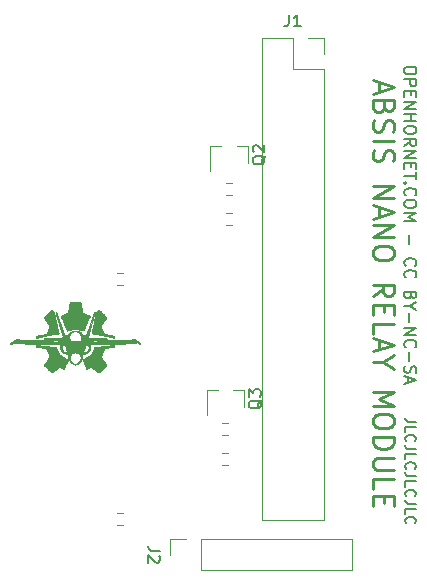
<source format=gbr>
G04 #@! TF.GenerationSoftware,KiCad,Pcbnew,(5.1.9)-1*
G04 #@! TF.CreationDate,2021-11-12T16:09:24-07:00*
G04 #@! TF.ProjectId,ABSIS_Nano_Relay_Module,41425349-535f-44e6-916e-6f5f52656c61,1*
G04 #@! TF.SameCoordinates,Original*
G04 #@! TF.FileFunction,Legend,Top*
G04 #@! TF.FilePolarity,Positive*
%FSLAX46Y46*%
G04 Gerber Fmt 4.6, Leading zero omitted, Abs format (unit mm)*
G04 Created by KiCad (PCBNEW (5.1.9)-1) date 2021-11-12 16:09:24*
%MOMM*%
%LPD*%
G01*
G04 APERTURE LIST*
%ADD10C,0.250000*%
%ADD11C,0.150000*%
%ADD12C,0.120000*%
%ADD13C,0.010000*%
G04 APERTURE END LIST*
D10*
X154368333Y-70771666D02*
X154368333Y-71604999D01*
X153868333Y-70604999D02*
X155618333Y-71188333D01*
X153868333Y-71771666D01*
X154785000Y-72938333D02*
X154701666Y-73188333D01*
X154618333Y-73271666D01*
X154451666Y-73354999D01*
X154201666Y-73354999D01*
X154035000Y-73271666D01*
X153951666Y-73188333D01*
X153868333Y-73021666D01*
X153868333Y-72354999D01*
X155618333Y-72354999D01*
X155618333Y-72938333D01*
X155535000Y-73104999D01*
X155451666Y-73188333D01*
X155285000Y-73271666D01*
X155118333Y-73271666D01*
X154951666Y-73188333D01*
X154868333Y-73104999D01*
X154785000Y-72938333D01*
X154785000Y-72354999D01*
X153951666Y-74021666D02*
X153868333Y-74271666D01*
X153868333Y-74688333D01*
X153951666Y-74854999D01*
X154035000Y-74938333D01*
X154201666Y-75021666D01*
X154368333Y-75021666D01*
X154535000Y-74938333D01*
X154618333Y-74854999D01*
X154701666Y-74688333D01*
X154785000Y-74354999D01*
X154868333Y-74188333D01*
X154951666Y-74104999D01*
X155118333Y-74021666D01*
X155285000Y-74021666D01*
X155451666Y-74104999D01*
X155535000Y-74188333D01*
X155618333Y-74354999D01*
X155618333Y-74771666D01*
X155535000Y-75021666D01*
X153868333Y-75771666D02*
X155618333Y-75771666D01*
X153951666Y-76521666D02*
X153868333Y-76771666D01*
X153868333Y-77188333D01*
X153951666Y-77354999D01*
X154035000Y-77438333D01*
X154201666Y-77521666D01*
X154368333Y-77521666D01*
X154535000Y-77438333D01*
X154618333Y-77354999D01*
X154701666Y-77188333D01*
X154785000Y-76854999D01*
X154868333Y-76688333D01*
X154951666Y-76604999D01*
X155118333Y-76521666D01*
X155285000Y-76521666D01*
X155451666Y-76604999D01*
X155535000Y-76688333D01*
X155618333Y-76854999D01*
X155618333Y-77271666D01*
X155535000Y-77521666D01*
X153868333Y-79604999D02*
X155618333Y-79604999D01*
X153868333Y-80604999D01*
X155618333Y-80604999D01*
X154368333Y-81354999D02*
X154368333Y-82188333D01*
X153868333Y-81188333D02*
X155618333Y-81771666D01*
X153868333Y-82354999D01*
X153868333Y-82938333D02*
X155618333Y-82938333D01*
X153868333Y-83938333D01*
X155618333Y-83938333D01*
X155618333Y-85104999D02*
X155618333Y-85438333D01*
X155535000Y-85604999D01*
X155368333Y-85771666D01*
X155035000Y-85854999D01*
X154451666Y-85854999D01*
X154118333Y-85771666D01*
X153951666Y-85604999D01*
X153868333Y-85438333D01*
X153868333Y-85104999D01*
X153951666Y-84938333D01*
X154118333Y-84771666D01*
X154451666Y-84688333D01*
X155035000Y-84688333D01*
X155368333Y-84771666D01*
X155535000Y-84938333D01*
X155618333Y-85104999D01*
X153868333Y-88938333D02*
X154701666Y-88354999D01*
X153868333Y-87938333D02*
X155618333Y-87938333D01*
X155618333Y-88604999D01*
X155535000Y-88771666D01*
X155451666Y-88854999D01*
X155285000Y-88938333D01*
X155035000Y-88938333D01*
X154868333Y-88854999D01*
X154785000Y-88771666D01*
X154701666Y-88604999D01*
X154701666Y-87938333D01*
X154785000Y-89688333D02*
X154785000Y-90271666D01*
X153868333Y-90521666D02*
X153868333Y-89688333D01*
X155618333Y-89688333D01*
X155618333Y-90521666D01*
X153868333Y-92104999D02*
X153868333Y-91271666D01*
X155618333Y-91271666D01*
X154368333Y-92604999D02*
X154368333Y-93438333D01*
X153868333Y-92438333D02*
X155618333Y-93021666D01*
X153868333Y-93604999D01*
X154701666Y-94521666D02*
X153868333Y-94521666D01*
X155618333Y-93938333D02*
X154701666Y-94521666D01*
X155618333Y-95104999D01*
X153868333Y-97021666D02*
X155618333Y-97021666D01*
X154368333Y-97604999D01*
X155618333Y-98188333D01*
X153868333Y-98188333D01*
X155618333Y-99354999D02*
X155618333Y-99688333D01*
X155535000Y-99854999D01*
X155368333Y-100021666D01*
X155035000Y-100104999D01*
X154451666Y-100104999D01*
X154118333Y-100021666D01*
X153951666Y-99854999D01*
X153868333Y-99688333D01*
X153868333Y-99354999D01*
X153951666Y-99188333D01*
X154118333Y-99021666D01*
X154451666Y-98938333D01*
X155035000Y-98938333D01*
X155368333Y-99021666D01*
X155535000Y-99188333D01*
X155618333Y-99354999D01*
X153868333Y-100854999D02*
X155618333Y-100854999D01*
X155618333Y-101271666D01*
X155535000Y-101521666D01*
X155368333Y-101688333D01*
X155201666Y-101771666D01*
X154868333Y-101854999D01*
X154618333Y-101854999D01*
X154285000Y-101771666D01*
X154118333Y-101688333D01*
X153951666Y-101521666D01*
X153868333Y-101271666D01*
X153868333Y-100854999D01*
X155618333Y-102604999D02*
X154201666Y-102604999D01*
X154035000Y-102688333D01*
X153951666Y-102771666D01*
X153868333Y-102938333D01*
X153868333Y-103271666D01*
X153951666Y-103438333D01*
X154035000Y-103521666D01*
X154201666Y-103604999D01*
X155618333Y-103604999D01*
X153868333Y-105271666D02*
X153868333Y-104438333D01*
X155618333Y-104438333D01*
X154785000Y-105854999D02*
X154785000Y-106438333D01*
X153868333Y-106688333D02*
X153868333Y-105854999D01*
X155618333Y-105854999D01*
X155618333Y-106688333D01*
D11*
X157438857Y-99558857D02*
X156796000Y-99558857D01*
X156667428Y-99516000D01*
X156581714Y-99430285D01*
X156538857Y-99301714D01*
X156538857Y-99216000D01*
X156538857Y-100416000D02*
X156538857Y-99987428D01*
X157438857Y-99987428D01*
X156624571Y-101230285D02*
X156581714Y-101187428D01*
X156538857Y-101058857D01*
X156538857Y-100973142D01*
X156581714Y-100844571D01*
X156667428Y-100758857D01*
X156753142Y-100716000D01*
X156924571Y-100673142D01*
X157053142Y-100673142D01*
X157224571Y-100716000D01*
X157310285Y-100758857D01*
X157396000Y-100844571D01*
X157438857Y-100973142D01*
X157438857Y-101058857D01*
X157396000Y-101187428D01*
X157353142Y-101230285D01*
X157438857Y-101873142D02*
X156796000Y-101873142D01*
X156667428Y-101830285D01*
X156581714Y-101744571D01*
X156538857Y-101616000D01*
X156538857Y-101530285D01*
X156538857Y-102730285D02*
X156538857Y-102301714D01*
X157438857Y-102301714D01*
X156624571Y-103544571D02*
X156581714Y-103501714D01*
X156538857Y-103373142D01*
X156538857Y-103287428D01*
X156581714Y-103158857D01*
X156667428Y-103073142D01*
X156753142Y-103030285D01*
X156924571Y-102987428D01*
X157053142Y-102987428D01*
X157224571Y-103030285D01*
X157310285Y-103073142D01*
X157396000Y-103158857D01*
X157438857Y-103287428D01*
X157438857Y-103373142D01*
X157396000Y-103501714D01*
X157353142Y-103544571D01*
X157438857Y-104187428D02*
X156796000Y-104187428D01*
X156667428Y-104144571D01*
X156581714Y-104058857D01*
X156538857Y-103930285D01*
X156538857Y-103844571D01*
X156538857Y-105044571D02*
X156538857Y-104616000D01*
X157438857Y-104616000D01*
X156624571Y-105858857D02*
X156581714Y-105816000D01*
X156538857Y-105687428D01*
X156538857Y-105601714D01*
X156581714Y-105473142D01*
X156667428Y-105387428D01*
X156753142Y-105344571D01*
X156924571Y-105301714D01*
X157053142Y-105301714D01*
X157224571Y-105344571D01*
X157310285Y-105387428D01*
X157396000Y-105473142D01*
X157438857Y-105601714D01*
X157438857Y-105687428D01*
X157396000Y-105816000D01*
X157353142Y-105858857D01*
X157438857Y-106501714D02*
X156796000Y-106501714D01*
X156667428Y-106458857D01*
X156581714Y-106373142D01*
X156538857Y-106244571D01*
X156538857Y-106158857D01*
X156538857Y-107358857D02*
X156538857Y-106930285D01*
X157438857Y-106930285D01*
X156624571Y-108173142D02*
X156581714Y-108130285D01*
X156538857Y-108001714D01*
X156538857Y-107916000D01*
X156581714Y-107787428D01*
X156667428Y-107701714D01*
X156753142Y-107658857D01*
X156924571Y-107616000D01*
X157053142Y-107616000D01*
X157224571Y-107658857D01*
X157310285Y-107701714D01*
X157396000Y-107787428D01*
X157438857Y-107916000D01*
X157438857Y-108001714D01*
X157396000Y-108130285D01*
X157353142Y-108173142D01*
X157493619Y-69721333D02*
X157493619Y-69911809D01*
X157446000Y-70007047D01*
X157350761Y-70102285D01*
X157160285Y-70149904D01*
X156826952Y-70149904D01*
X156636476Y-70102285D01*
X156541238Y-70007047D01*
X156493619Y-69911809D01*
X156493619Y-69721333D01*
X156541238Y-69626095D01*
X156636476Y-69530857D01*
X156826952Y-69483238D01*
X157160285Y-69483238D01*
X157350761Y-69530857D01*
X157446000Y-69626095D01*
X157493619Y-69721333D01*
X156493619Y-70578476D02*
X157493619Y-70578476D01*
X157493619Y-70959428D01*
X157446000Y-71054666D01*
X157398380Y-71102285D01*
X157303142Y-71149904D01*
X157160285Y-71149904D01*
X157065047Y-71102285D01*
X157017428Y-71054666D01*
X156969809Y-70959428D01*
X156969809Y-70578476D01*
X157017428Y-71578476D02*
X157017428Y-71911809D01*
X156493619Y-72054666D02*
X156493619Y-71578476D01*
X157493619Y-71578476D01*
X157493619Y-72054666D01*
X156493619Y-72483238D02*
X157493619Y-72483238D01*
X156493619Y-73054666D01*
X157493619Y-73054666D01*
X156493619Y-73530857D02*
X157493619Y-73530857D01*
X157017428Y-73530857D02*
X157017428Y-74102285D01*
X156493619Y-74102285D02*
X157493619Y-74102285D01*
X157493619Y-74768952D02*
X157493619Y-74959428D01*
X157446000Y-75054666D01*
X157350761Y-75149904D01*
X157160285Y-75197523D01*
X156826952Y-75197523D01*
X156636476Y-75149904D01*
X156541238Y-75054666D01*
X156493619Y-74959428D01*
X156493619Y-74768952D01*
X156541238Y-74673714D01*
X156636476Y-74578476D01*
X156826952Y-74530857D01*
X157160285Y-74530857D01*
X157350761Y-74578476D01*
X157446000Y-74673714D01*
X157493619Y-74768952D01*
X156493619Y-76197523D02*
X156969809Y-75864190D01*
X156493619Y-75626095D02*
X157493619Y-75626095D01*
X157493619Y-76007047D01*
X157446000Y-76102285D01*
X157398380Y-76149904D01*
X157303142Y-76197523D01*
X157160285Y-76197523D01*
X157065047Y-76149904D01*
X157017428Y-76102285D01*
X156969809Y-76007047D01*
X156969809Y-75626095D01*
X156493619Y-76626095D02*
X157493619Y-76626095D01*
X156493619Y-77197523D01*
X157493619Y-77197523D01*
X157017428Y-77673714D02*
X157017428Y-78007047D01*
X156493619Y-78149904D02*
X156493619Y-77673714D01*
X157493619Y-77673714D01*
X157493619Y-78149904D01*
X157493619Y-78435619D02*
X157493619Y-79007047D01*
X156493619Y-78721333D02*
X157493619Y-78721333D01*
X156588857Y-79340380D02*
X156541238Y-79388000D01*
X156493619Y-79340380D01*
X156541238Y-79292761D01*
X156588857Y-79340380D01*
X156493619Y-79340380D01*
X156588857Y-80388000D02*
X156541238Y-80340380D01*
X156493619Y-80197523D01*
X156493619Y-80102285D01*
X156541238Y-79959428D01*
X156636476Y-79864190D01*
X156731714Y-79816571D01*
X156922190Y-79768952D01*
X157065047Y-79768952D01*
X157255523Y-79816571D01*
X157350761Y-79864190D01*
X157446000Y-79959428D01*
X157493619Y-80102285D01*
X157493619Y-80197523D01*
X157446000Y-80340380D01*
X157398380Y-80388000D01*
X157493619Y-81007047D02*
X157493619Y-81197523D01*
X157446000Y-81292761D01*
X157350761Y-81388000D01*
X157160285Y-81435619D01*
X156826952Y-81435619D01*
X156636476Y-81388000D01*
X156541238Y-81292761D01*
X156493619Y-81197523D01*
X156493619Y-81007047D01*
X156541238Y-80911809D01*
X156636476Y-80816571D01*
X156826952Y-80768952D01*
X157160285Y-80768952D01*
X157350761Y-80816571D01*
X157446000Y-80911809D01*
X157493619Y-81007047D01*
X156493619Y-81864190D02*
X157493619Y-81864190D01*
X156779333Y-82197523D01*
X157493619Y-82530857D01*
X156493619Y-82530857D01*
X156874571Y-83768952D02*
X156874571Y-84530857D01*
X156588857Y-86340380D02*
X156541238Y-86292761D01*
X156493619Y-86149904D01*
X156493619Y-86054666D01*
X156541238Y-85911809D01*
X156636476Y-85816571D01*
X156731714Y-85768952D01*
X156922190Y-85721333D01*
X157065047Y-85721333D01*
X157255523Y-85768952D01*
X157350761Y-85816571D01*
X157446000Y-85911809D01*
X157493619Y-86054666D01*
X157493619Y-86149904D01*
X157446000Y-86292761D01*
X157398380Y-86340380D01*
X156588857Y-87340380D02*
X156541238Y-87292761D01*
X156493619Y-87149904D01*
X156493619Y-87054666D01*
X156541238Y-86911809D01*
X156636476Y-86816571D01*
X156731714Y-86768952D01*
X156922190Y-86721333D01*
X157065047Y-86721333D01*
X157255523Y-86768952D01*
X157350761Y-86816571D01*
X157446000Y-86911809D01*
X157493619Y-87054666D01*
X157493619Y-87149904D01*
X157446000Y-87292761D01*
X157398380Y-87340380D01*
X157017428Y-88864190D02*
X156969809Y-89007047D01*
X156922190Y-89054666D01*
X156826952Y-89102285D01*
X156684095Y-89102285D01*
X156588857Y-89054666D01*
X156541238Y-89007047D01*
X156493619Y-88911809D01*
X156493619Y-88530857D01*
X157493619Y-88530857D01*
X157493619Y-88864190D01*
X157446000Y-88959428D01*
X157398380Y-89007047D01*
X157303142Y-89054666D01*
X157207904Y-89054666D01*
X157112666Y-89007047D01*
X157065047Y-88959428D01*
X157017428Y-88864190D01*
X157017428Y-88530857D01*
X156969809Y-89721333D02*
X156493619Y-89721333D01*
X157493619Y-89388000D02*
X156969809Y-89721333D01*
X157493619Y-90054666D01*
X156874571Y-90388000D02*
X156874571Y-91149904D01*
X156493619Y-91626095D02*
X157493619Y-91626095D01*
X156493619Y-92197523D01*
X157493619Y-92197523D01*
X156588857Y-93245142D02*
X156541238Y-93197523D01*
X156493619Y-93054666D01*
X156493619Y-92959428D01*
X156541238Y-92816571D01*
X156636476Y-92721333D01*
X156731714Y-92673714D01*
X156922190Y-92626095D01*
X157065047Y-92626095D01*
X157255523Y-92673714D01*
X157350761Y-92721333D01*
X157446000Y-92816571D01*
X157493619Y-92959428D01*
X157493619Y-93054666D01*
X157446000Y-93197523D01*
X157398380Y-93245142D01*
X156874571Y-93673714D02*
X156874571Y-94435619D01*
X156541238Y-94864190D02*
X156493619Y-95007047D01*
X156493619Y-95245142D01*
X156541238Y-95340380D01*
X156588857Y-95388000D01*
X156684095Y-95435619D01*
X156779333Y-95435619D01*
X156874571Y-95388000D01*
X156922190Y-95340380D01*
X156969809Y-95245142D01*
X157017428Y-95054666D01*
X157065047Y-94959428D01*
X157112666Y-94911809D01*
X157207904Y-94864190D01*
X157303142Y-94864190D01*
X157398380Y-94911809D01*
X157446000Y-94959428D01*
X157493619Y-95054666D01*
X157493619Y-95292761D01*
X157446000Y-95435619D01*
X156779333Y-95816571D02*
X156779333Y-96292761D01*
X156493619Y-95721333D02*
X157493619Y-96054666D01*
X156493619Y-96388000D01*
D12*
X132180276Y-107257500D02*
X132689724Y-107257500D01*
X132180276Y-108302500D02*
X132689724Y-108302500D01*
X141579724Y-103222500D02*
X141070276Y-103222500D01*
X141579724Y-102177500D02*
X141070276Y-102177500D01*
X141070276Y-99637500D02*
X141579724Y-99637500D01*
X141070276Y-100682500D02*
X141579724Y-100682500D01*
X132180276Y-86937500D02*
X132689724Y-86937500D01*
X132180276Y-87982500D02*
X132689724Y-87982500D01*
X141347776Y-79317500D02*
X141857224Y-79317500D01*
X141347776Y-80362500D02*
X141857224Y-80362500D01*
X141347776Y-81857500D02*
X141857224Y-81857500D01*
X141347776Y-82902500D02*
X141857224Y-82902500D01*
X142905000Y-96860000D02*
X141975000Y-96860000D01*
X139745000Y-96860000D02*
X140675000Y-96860000D01*
X139745000Y-96860000D02*
X139745000Y-99020000D01*
X142905000Y-96860000D02*
X142905000Y-98320000D01*
X143220000Y-76175000D02*
X142290000Y-76175000D01*
X140060000Y-76175000D02*
X140990000Y-76175000D01*
X140060000Y-76175000D02*
X140060000Y-78335000D01*
X143220000Y-76175000D02*
X143220000Y-77635000D01*
X139280000Y-112140000D02*
X139280000Y-109480000D01*
X139280000Y-112140000D02*
X152040000Y-112140000D01*
X152040000Y-112140000D02*
X152040000Y-109480000D01*
X139280000Y-109480000D02*
X152040000Y-109480000D01*
X136680000Y-109480000D02*
X138010000Y-109480000D01*
X136680000Y-110810000D02*
X136680000Y-109480000D01*
X144440000Y-67080000D02*
X147040000Y-67080000D01*
X144440000Y-67080000D02*
X144440000Y-107840000D01*
X144440000Y-107840000D02*
X149640000Y-107840000D01*
X149640000Y-69680000D02*
X149640000Y-107840000D01*
X147040000Y-69680000D02*
X149640000Y-69680000D01*
X147040000Y-67080000D02*
X147040000Y-69680000D01*
X149640000Y-67080000D02*
X149640000Y-68410000D01*
X148310000Y-67080000D02*
X149640000Y-67080000D01*
D13*
G36*
X128591631Y-89438200D02*
G01*
X128612312Y-89438200D01*
X128682145Y-89438208D01*
X128744007Y-89438239D01*
X128798394Y-89438300D01*
X128845801Y-89438399D01*
X128886724Y-89438545D01*
X128921658Y-89438745D01*
X128951100Y-89439007D01*
X128975545Y-89439340D01*
X128995489Y-89439750D01*
X129011427Y-89440247D01*
X129023855Y-89440838D01*
X129033268Y-89441531D01*
X129040163Y-89442334D01*
X129045035Y-89443255D01*
X129048380Y-89444302D01*
X129050311Y-89445249D01*
X129060290Y-89453377D01*
X129066778Y-89462247D01*
X129068170Y-89467723D01*
X129070990Y-89480952D01*
X129075129Y-89501365D01*
X129080476Y-89528389D01*
X129086921Y-89561454D01*
X129094354Y-89599987D01*
X129102666Y-89643417D01*
X129111747Y-89691174D01*
X129121486Y-89742685D01*
X129131774Y-89797379D01*
X129142501Y-89854684D01*
X129149782Y-89893738D01*
X129160756Y-89952492D01*
X129171387Y-90009035D01*
X129181566Y-90062792D01*
X129191178Y-90113190D01*
X129200113Y-90159656D01*
X129208259Y-90201614D01*
X129215504Y-90238491D01*
X129221736Y-90269714D01*
X129226844Y-90294708D01*
X129230715Y-90312901D01*
X129233238Y-90323717D01*
X129234107Y-90326531D01*
X129241808Y-90337974D01*
X129249890Y-90346867D01*
X129254901Y-90349525D01*
X129267004Y-90355066D01*
X129285450Y-90363179D01*
X129309487Y-90373553D01*
X129338367Y-90385877D01*
X129371341Y-90399840D01*
X129407658Y-90415132D01*
X129446570Y-90431441D01*
X129487326Y-90448456D01*
X129529177Y-90465867D01*
X129571373Y-90483362D01*
X129613165Y-90500630D01*
X129653804Y-90517362D01*
X129692539Y-90533244D01*
X129728621Y-90547968D01*
X129761301Y-90561221D01*
X129789828Y-90572693D01*
X129813454Y-90582073D01*
X129831429Y-90589050D01*
X129843003Y-90593313D01*
X129846866Y-90594510D01*
X129847271Y-90595948D01*
X129846392Y-90600046D01*
X129844095Y-90607115D01*
X129840243Y-90617469D01*
X129834700Y-90631418D01*
X129827332Y-90649276D01*
X129818001Y-90671355D01*
X129806572Y-90697968D01*
X129792911Y-90729425D01*
X129776879Y-90766041D01*
X129758343Y-90808127D01*
X129737166Y-90855995D01*
X129713213Y-90909958D01*
X129686347Y-90970328D01*
X129656433Y-91037418D01*
X129623336Y-91111539D01*
X129586919Y-91193005D01*
X129579384Y-91209849D01*
X129548804Y-91278203D01*
X129519133Y-91344495D01*
X129490559Y-91408311D01*
X129463267Y-91469234D01*
X129437446Y-91526847D01*
X129413281Y-91580736D01*
X129390960Y-91630484D01*
X129370669Y-91675675D01*
X129352595Y-91715892D01*
X129336925Y-91750721D01*
X129323845Y-91779745D01*
X129313543Y-91802547D01*
X129306204Y-91818713D01*
X129302017Y-91827825D01*
X129301082Y-91829755D01*
X129298452Y-91831791D01*
X129293176Y-91832206D01*
X129284057Y-91830775D01*
X129269899Y-91827272D01*
X129249505Y-91821472D01*
X129236247Y-91817536D01*
X129175404Y-91800097D01*
X129110208Y-91782808D01*
X129042782Y-91766163D01*
X128975249Y-91750653D01*
X128909734Y-91736770D01*
X128848359Y-91725004D01*
X128804734Y-91717616D01*
X128779325Y-91714511D01*
X128747159Y-91711971D01*
X128709927Y-91710018D01*
X128669320Y-91708671D01*
X128627029Y-91707951D01*
X128584747Y-91707879D01*
X128544163Y-91708476D01*
X128506971Y-91709762D01*
X128474860Y-91711758D01*
X128458091Y-91713379D01*
X128409582Y-91719963D01*
X128354781Y-91729129D01*
X128295335Y-91740518D01*
X128232891Y-91753768D01*
X128169095Y-91768518D01*
X128105595Y-91784407D01*
X128044036Y-91801074D01*
X128001291Y-91813519D01*
X127978405Y-91820347D01*
X127958371Y-91826215D01*
X127942582Y-91830723D01*
X127932428Y-91833475D01*
X127929324Y-91834144D01*
X127927326Y-91830318D01*
X127922130Y-91819141D01*
X127913919Y-91801026D01*
X127902875Y-91776386D01*
X127889180Y-91745633D01*
X127873016Y-91709181D01*
X127854564Y-91667441D01*
X127834008Y-91620826D01*
X127811528Y-91569749D01*
X127787308Y-91514622D01*
X127761528Y-91455858D01*
X127734371Y-91393870D01*
X127706020Y-91329071D01*
X127676655Y-91261872D01*
X127657500Y-91217992D01*
X127627578Y-91149407D01*
X127598577Y-91082901D01*
X127570677Y-91018892D01*
X127544060Y-90957796D01*
X127518907Y-90900030D01*
X127495399Y-90846010D01*
X127473717Y-90796155D01*
X127454042Y-90750879D01*
X127436556Y-90710600D01*
X127421439Y-90675735D01*
X127408873Y-90646701D01*
X127399038Y-90623913D01*
X127392116Y-90607789D01*
X127388288Y-90598746D01*
X127387547Y-90596873D01*
X127391193Y-90594322D01*
X127402338Y-90588798D01*
X127420614Y-90580459D01*
X127445654Y-90569463D01*
X127477088Y-90555967D01*
X127514551Y-90540129D01*
X127557672Y-90522107D01*
X127606086Y-90502057D01*
X127659424Y-90480139D01*
X127671035Y-90475387D01*
X127717911Y-90456172D01*
X127762730Y-90437712D01*
X127804838Y-90420281D01*
X127843580Y-90404155D01*
X127878303Y-90389609D01*
X127908353Y-90376917D01*
X127933076Y-90366355D01*
X127951817Y-90358196D01*
X127963924Y-90352716D01*
X127968505Y-90350373D01*
X127979343Y-90340466D01*
X127988336Y-90328028D01*
X127988842Y-90327068D01*
X127990815Y-90320543D01*
X127994205Y-90306080D01*
X127998935Y-90284076D01*
X128004928Y-90254927D01*
X128012106Y-90219029D01*
X128020391Y-90176779D01*
X128029705Y-90128573D01*
X128039970Y-90074806D01*
X128051110Y-90015876D01*
X128063046Y-89952178D01*
X128074678Y-89889623D01*
X128085594Y-89830864D01*
X128096140Y-89774373D01*
X128106209Y-89720718D01*
X128115691Y-89670466D01*
X128124478Y-89624183D01*
X128132461Y-89582436D01*
X128139531Y-89545794D01*
X128145579Y-89514823D01*
X128150498Y-89490090D01*
X128154177Y-89472162D01*
X128156508Y-89461606D01*
X128157270Y-89458925D01*
X128158999Y-89455613D01*
X128160761Y-89452674D01*
X128163043Y-89450085D01*
X128166334Y-89447825D01*
X128171121Y-89445871D01*
X128177893Y-89444200D01*
X128187137Y-89442791D01*
X128199343Y-89441621D01*
X128214997Y-89440669D01*
X128234589Y-89439911D01*
X128258606Y-89439327D01*
X128287536Y-89438892D01*
X128321867Y-89438586D01*
X128362089Y-89438385D01*
X128408687Y-89438269D01*
X128462152Y-89438214D01*
X128522970Y-89438199D01*
X128591631Y-89438200D01*
G37*
X128591631Y-89438200D02*
X128612312Y-89438200D01*
X128682145Y-89438208D01*
X128744007Y-89438239D01*
X128798394Y-89438300D01*
X128845801Y-89438399D01*
X128886724Y-89438545D01*
X128921658Y-89438745D01*
X128951100Y-89439007D01*
X128975545Y-89439340D01*
X128995489Y-89439750D01*
X129011427Y-89440247D01*
X129023855Y-89440838D01*
X129033268Y-89441531D01*
X129040163Y-89442334D01*
X129045035Y-89443255D01*
X129048380Y-89444302D01*
X129050311Y-89445249D01*
X129060290Y-89453377D01*
X129066778Y-89462247D01*
X129068170Y-89467723D01*
X129070990Y-89480952D01*
X129075129Y-89501365D01*
X129080476Y-89528389D01*
X129086921Y-89561454D01*
X129094354Y-89599987D01*
X129102666Y-89643417D01*
X129111747Y-89691174D01*
X129121486Y-89742685D01*
X129131774Y-89797379D01*
X129142501Y-89854684D01*
X129149782Y-89893738D01*
X129160756Y-89952492D01*
X129171387Y-90009035D01*
X129181566Y-90062792D01*
X129191178Y-90113190D01*
X129200113Y-90159656D01*
X129208259Y-90201614D01*
X129215504Y-90238491D01*
X129221736Y-90269714D01*
X129226844Y-90294708D01*
X129230715Y-90312901D01*
X129233238Y-90323717D01*
X129234107Y-90326531D01*
X129241808Y-90337974D01*
X129249890Y-90346867D01*
X129254901Y-90349525D01*
X129267004Y-90355066D01*
X129285450Y-90363179D01*
X129309487Y-90373553D01*
X129338367Y-90385877D01*
X129371341Y-90399840D01*
X129407658Y-90415132D01*
X129446570Y-90431441D01*
X129487326Y-90448456D01*
X129529177Y-90465867D01*
X129571373Y-90483362D01*
X129613165Y-90500630D01*
X129653804Y-90517362D01*
X129692539Y-90533244D01*
X129728621Y-90547968D01*
X129761301Y-90561221D01*
X129789828Y-90572693D01*
X129813454Y-90582073D01*
X129831429Y-90589050D01*
X129843003Y-90593313D01*
X129846866Y-90594510D01*
X129847271Y-90595948D01*
X129846392Y-90600046D01*
X129844095Y-90607115D01*
X129840243Y-90617469D01*
X129834700Y-90631418D01*
X129827332Y-90649276D01*
X129818001Y-90671355D01*
X129806572Y-90697968D01*
X129792911Y-90729425D01*
X129776879Y-90766041D01*
X129758343Y-90808127D01*
X129737166Y-90855995D01*
X129713213Y-90909958D01*
X129686347Y-90970328D01*
X129656433Y-91037418D01*
X129623336Y-91111539D01*
X129586919Y-91193005D01*
X129579384Y-91209849D01*
X129548804Y-91278203D01*
X129519133Y-91344495D01*
X129490559Y-91408311D01*
X129463267Y-91469234D01*
X129437446Y-91526847D01*
X129413281Y-91580736D01*
X129390960Y-91630484D01*
X129370669Y-91675675D01*
X129352595Y-91715892D01*
X129336925Y-91750721D01*
X129323845Y-91779745D01*
X129313543Y-91802547D01*
X129306204Y-91818713D01*
X129302017Y-91827825D01*
X129301082Y-91829755D01*
X129298452Y-91831791D01*
X129293176Y-91832206D01*
X129284057Y-91830775D01*
X129269899Y-91827272D01*
X129249505Y-91821472D01*
X129236247Y-91817536D01*
X129175404Y-91800097D01*
X129110208Y-91782808D01*
X129042782Y-91766163D01*
X128975249Y-91750653D01*
X128909734Y-91736770D01*
X128848359Y-91725004D01*
X128804734Y-91717616D01*
X128779325Y-91714511D01*
X128747159Y-91711971D01*
X128709927Y-91710018D01*
X128669320Y-91708671D01*
X128627029Y-91707951D01*
X128584747Y-91707879D01*
X128544163Y-91708476D01*
X128506971Y-91709762D01*
X128474860Y-91711758D01*
X128458091Y-91713379D01*
X128409582Y-91719963D01*
X128354781Y-91729129D01*
X128295335Y-91740518D01*
X128232891Y-91753768D01*
X128169095Y-91768518D01*
X128105595Y-91784407D01*
X128044036Y-91801074D01*
X128001291Y-91813519D01*
X127978405Y-91820347D01*
X127958371Y-91826215D01*
X127942582Y-91830723D01*
X127932428Y-91833475D01*
X127929324Y-91834144D01*
X127927326Y-91830318D01*
X127922130Y-91819141D01*
X127913919Y-91801026D01*
X127902875Y-91776386D01*
X127889180Y-91745633D01*
X127873016Y-91709181D01*
X127854564Y-91667441D01*
X127834008Y-91620826D01*
X127811528Y-91569749D01*
X127787308Y-91514622D01*
X127761528Y-91455858D01*
X127734371Y-91393870D01*
X127706020Y-91329071D01*
X127676655Y-91261872D01*
X127657500Y-91217992D01*
X127627578Y-91149407D01*
X127598577Y-91082901D01*
X127570677Y-91018892D01*
X127544060Y-90957796D01*
X127518907Y-90900030D01*
X127495399Y-90846010D01*
X127473717Y-90796155D01*
X127454042Y-90750879D01*
X127436556Y-90710600D01*
X127421439Y-90675735D01*
X127408873Y-90646701D01*
X127399038Y-90623913D01*
X127392116Y-90607789D01*
X127388288Y-90598746D01*
X127387547Y-90596873D01*
X127391193Y-90594322D01*
X127402338Y-90588798D01*
X127420614Y-90580459D01*
X127445654Y-90569463D01*
X127477088Y-90555967D01*
X127514551Y-90540129D01*
X127557672Y-90522107D01*
X127606086Y-90502057D01*
X127659424Y-90480139D01*
X127671035Y-90475387D01*
X127717911Y-90456172D01*
X127762730Y-90437712D01*
X127804838Y-90420281D01*
X127843580Y-90404155D01*
X127878303Y-90389609D01*
X127908353Y-90376917D01*
X127933076Y-90366355D01*
X127951817Y-90358196D01*
X127963924Y-90352716D01*
X127968505Y-90350373D01*
X127979343Y-90340466D01*
X127988336Y-90328028D01*
X127988842Y-90327068D01*
X127990815Y-90320543D01*
X127994205Y-90306080D01*
X127998935Y-90284076D01*
X128004928Y-90254927D01*
X128012106Y-90219029D01*
X128020391Y-90176779D01*
X128029705Y-90128573D01*
X128039970Y-90074806D01*
X128051110Y-90015876D01*
X128063046Y-89952178D01*
X128074678Y-89889623D01*
X128085594Y-89830864D01*
X128096140Y-89774373D01*
X128106209Y-89720718D01*
X128115691Y-89670466D01*
X128124478Y-89624183D01*
X128132461Y-89582436D01*
X128139531Y-89545794D01*
X128145579Y-89514823D01*
X128150498Y-89490090D01*
X128154177Y-89472162D01*
X128156508Y-89461606D01*
X128157270Y-89458925D01*
X128158999Y-89455613D01*
X128160761Y-89452674D01*
X128163043Y-89450085D01*
X128166334Y-89447825D01*
X128171121Y-89445871D01*
X128177893Y-89444200D01*
X128187137Y-89442791D01*
X128199343Y-89441621D01*
X128214997Y-89440669D01*
X128234589Y-89439911D01*
X128258606Y-89439327D01*
X128287536Y-89438892D01*
X128321867Y-89438586D01*
X128362089Y-89438385D01*
X128408687Y-89438269D01*
X128462152Y-89438214D01*
X128522970Y-89438199D01*
X128591631Y-89438200D01*
G36*
X130632987Y-90100636D02*
G01*
X130637464Y-90103947D01*
X130647402Y-90112783D01*
X130662305Y-90126654D01*
X130681679Y-90145067D01*
X130705029Y-90167530D01*
X130731860Y-90193551D01*
X130761677Y-90222639D01*
X130793984Y-90254302D01*
X130828288Y-90288047D01*
X130864092Y-90323382D01*
X130900903Y-90359816D01*
X130938225Y-90396857D01*
X130975563Y-90434013D01*
X131012423Y-90470791D01*
X131048309Y-90506701D01*
X131082726Y-90541249D01*
X131115180Y-90573945D01*
X131145175Y-90604295D01*
X131172217Y-90631809D01*
X131195811Y-90655994D01*
X131215461Y-90676359D01*
X131230674Y-90692410D01*
X131240953Y-90703657D01*
X131245804Y-90709608D01*
X131245982Y-90709913D01*
X131250521Y-90725912D01*
X131250252Y-90736036D01*
X131247373Y-90742217D01*
X131239647Y-90755260D01*
X131227112Y-90775111D01*
X131209802Y-90801715D01*
X131187755Y-90835017D01*
X131161007Y-90874963D01*
X131129594Y-90921497D01*
X131093553Y-90974566D01*
X131052920Y-91034115D01*
X131008003Y-91099691D01*
X130968683Y-91157103D01*
X130932181Y-91210598D01*
X130898706Y-91259866D01*
X130868463Y-91304596D01*
X130841661Y-91344479D01*
X130818506Y-91379203D01*
X130799206Y-91408459D01*
X130783967Y-91431936D01*
X130772997Y-91449324D01*
X130766504Y-91460312D01*
X130764689Y-91464195D01*
X130762982Y-91477028D01*
X130763395Y-91487930D01*
X130763471Y-91488293D01*
X130765670Y-91494586D01*
X130770913Y-91507838D01*
X130778886Y-91527313D01*
X130789270Y-91552274D01*
X130801750Y-91581986D01*
X130816009Y-91615714D01*
X130831730Y-91652721D01*
X130848596Y-91692271D01*
X130866291Y-91733630D01*
X130884499Y-91776061D01*
X130902902Y-91818828D01*
X130921184Y-91861196D01*
X130939028Y-91902429D01*
X130956118Y-91941791D01*
X130972138Y-91978546D01*
X130986769Y-92011958D01*
X130999697Y-92041293D01*
X131010604Y-92065813D01*
X131019173Y-92084784D01*
X131025088Y-92097469D01*
X131028033Y-92103133D01*
X131028099Y-92103221D01*
X131038071Y-92113055D01*
X131047806Y-92119709D01*
X131053498Y-92121296D01*
X131066936Y-92124303D01*
X131087540Y-92128615D01*
X131114729Y-92134119D01*
X131147922Y-92140703D01*
X131186539Y-92148253D01*
X131229999Y-92156656D01*
X131277722Y-92165799D01*
X131329127Y-92175568D01*
X131383633Y-92185851D01*
X131440660Y-92196535D01*
X131471824Y-92202342D01*
X131539542Y-92214942D01*
X131599434Y-92226100D01*
X131651997Y-92235921D01*
X131697729Y-92244509D01*
X131737127Y-92251969D01*
X131770689Y-92258406D01*
X131798914Y-92263924D01*
X131822297Y-92268628D01*
X131841338Y-92272622D01*
X131856534Y-92276011D01*
X131868382Y-92278899D01*
X131877381Y-92281390D01*
X131884027Y-92283591D01*
X131888819Y-92285604D01*
X131892254Y-92287535D01*
X131894831Y-92289488D01*
X131897045Y-92291568D01*
X131897184Y-92291705D01*
X131909884Y-92304307D01*
X131912546Y-92452333D01*
X131902748Y-92451901D01*
X131896963Y-92450835D01*
X131883705Y-92447914D01*
X131863721Y-92443315D01*
X131837758Y-92437217D01*
X131806562Y-92429797D01*
X131770881Y-92421232D01*
X131731460Y-92411700D01*
X131689046Y-92401378D01*
X131645300Y-92390670D01*
X131551381Y-92367742D01*
X131465262Y-92346992D01*
X131386586Y-92328339D01*
X131314993Y-92311702D01*
X131250126Y-92296997D01*
X131191626Y-92284143D01*
X131139134Y-92273058D01*
X131092292Y-92263661D01*
X131073800Y-92260119D01*
X131059049Y-92257427D01*
X131036597Y-92253455D01*
X131007095Y-92248312D01*
X130971193Y-92242109D01*
X130929543Y-92234959D01*
X130882794Y-92226971D01*
X130831598Y-92218257D01*
X130776605Y-92208927D01*
X130718465Y-92199092D01*
X130657830Y-92188864D01*
X130595350Y-92178354D01*
X130531676Y-92167671D01*
X130525583Y-92166651D01*
X130463062Y-92156141D01*
X130402506Y-92145889D01*
X130344483Y-92135993D01*
X130289562Y-92126555D01*
X130238309Y-92117673D01*
X130191294Y-92109449D01*
X130149084Y-92101982D01*
X130112247Y-92095372D01*
X130081351Y-92089719D01*
X130056965Y-92085123D01*
X130039657Y-92081685D01*
X130029994Y-92079503D01*
X130028854Y-92079171D01*
X130014534Y-92074166D01*
X130006803Y-92070243D01*
X130004088Y-92066239D01*
X130004709Y-92061339D01*
X130006627Y-92054589D01*
X130008901Y-92046023D01*
X130011600Y-92035320D01*
X130014796Y-92022156D01*
X130018560Y-92006209D01*
X130022963Y-91987157D01*
X130028075Y-91964675D01*
X130033968Y-91938443D01*
X130040712Y-91908136D01*
X130048378Y-91873432D01*
X130057037Y-91834010D01*
X130066760Y-91789545D01*
X130077618Y-91739715D01*
X130089682Y-91684197D01*
X130103023Y-91622669D01*
X130117711Y-91554809D01*
X130133817Y-91480292D01*
X130151412Y-91398797D01*
X130170568Y-91310001D01*
X130191354Y-91213581D01*
X130213843Y-91109214D01*
X130214513Y-91106102D01*
X130401933Y-90236121D01*
X130500344Y-90168419D01*
X130526385Y-90150730D01*
X130550662Y-90134670D01*
X130572163Y-90120872D01*
X130589879Y-90109971D01*
X130602802Y-90102602D01*
X130609919Y-90099398D01*
X130610306Y-90099327D01*
X130623722Y-90099276D01*
X130632987Y-90100636D01*
G37*
X130632987Y-90100636D02*
X130637464Y-90103947D01*
X130647402Y-90112783D01*
X130662305Y-90126654D01*
X130681679Y-90145067D01*
X130705029Y-90167530D01*
X130731860Y-90193551D01*
X130761677Y-90222639D01*
X130793984Y-90254302D01*
X130828288Y-90288047D01*
X130864092Y-90323382D01*
X130900903Y-90359816D01*
X130938225Y-90396857D01*
X130975563Y-90434013D01*
X131012423Y-90470791D01*
X131048309Y-90506701D01*
X131082726Y-90541249D01*
X131115180Y-90573945D01*
X131145175Y-90604295D01*
X131172217Y-90631809D01*
X131195811Y-90655994D01*
X131215461Y-90676359D01*
X131230674Y-90692410D01*
X131240953Y-90703657D01*
X131245804Y-90709608D01*
X131245982Y-90709913D01*
X131250521Y-90725912D01*
X131250252Y-90736036D01*
X131247373Y-90742217D01*
X131239647Y-90755260D01*
X131227112Y-90775111D01*
X131209802Y-90801715D01*
X131187755Y-90835017D01*
X131161007Y-90874963D01*
X131129594Y-90921497D01*
X131093553Y-90974566D01*
X131052920Y-91034115D01*
X131008003Y-91099691D01*
X130968683Y-91157103D01*
X130932181Y-91210598D01*
X130898706Y-91259866D01*
X130868463Y-91304596D01*
X130841661Y-91344479D01*
X130818506Y-91379203D01*
X130799206Y-91408459D01*
X130783967Y-91431936D01*
X130772997Y-91449324D01*
X130766504Y-91460312D01*
X130764689Y-91464195D01*
X130762982Y-91477028D01*
X130763395Y-91487930D01*
X130763471Y-91488293D01*
X130765670Y-91494586D01*
X130770913Y-91507838D01*
X130778886Y-91527313D01*
X130789270Y-91552274D01*
X130801750Y-91581986D01*
X130816009Y-91615714D01*
X130831730Y-91652721D01*
X130848596Y-91692271D01*
X130866291Y-91733630D01*
X130884499Y-91776061D01*
X130902902Y-91818828D01*
X130921184Y-91861196D01*
X130939028Y-91902429D01*
X130956118Y-91941791D01*
X130972138Y-91978546D01*
X130986769Y-92011958D01*
X130999697Y-92041293D01*
X131010604Y-92065813D01*
X131019173Y-92084784D01*
X131025088Y-92097469D01*
X131028033Y-92103133D01*
X131028099Y-92103221D01*
X131038071Y-92113055D01*
X131047806Y-92119709D01*
X131053498Y-92121296D01*
X131066936Y-92124303D01*
X131087540Y-92128615D01*
X131114729Y-92134119D01*
X131147922Y-92140703D01*
X131186539Y-92148253D01*
X131229999Y-92156656D01*
X131277722Y-92165799D01*
X131329127Y-92175568D01*
X131383633Y-92185851D01*
X131440660Y-92196535D01*
X131471824Y-92202342D01*
X131539542Y-92214942D01*
X131599434Y-92226100D01*
X131651997Y-92235921D01*
X131697729Y-92244509D01*
X131737127Y-92251969D01*
X131770689Y-92258406D01*
X131798914Y-92263924D01*
X131822297Y-92268628D01*
X131841338Y-92272622D01*
X131856534Y-92276011D01*
X131868382Y-92278899D01*
X131877381Y-92281390D01*
X131884027Y-92283591D01*
X131888819Y-92285604D01*
X131892254Y-92287535D01*
X131894831Y-92289488D01*
X131897045Y-92291568D01*
X131897184Y-92291705D01*
X131909884Y-92304307D01*
X131912546Y-92452333D01*
X131902748Y-92451901D01*
X131896963Y-92450835D01*
X131883705Y-92447914D01*
X131863721Y-92443315D01*
X131837758Y-92437217D01*
X131806562Y-92429797D01*
X131770881Y-92421232D01*
X131731460Y-92411700D01*
X131689046Y-92401378D01*
X131645300Y-92390670D01*
X131551381Y-92367742D01*
X131465262Y-92346992D01*
X131386586Y-92328339D01*
X131314993Y-92311702D01*
X131250126Y-92296997D01*
X131191626Y-92284143D01*
X131139134Y-92273058D01*
X131092292Y-92263661D01*
X131073800Y-92260119D01*
X131059049Y-92257427D01*
X131036597Y-92253455D01*
X131007095Y-92248312D01*
X130971193Y-92242109D01*
X130929543Y-92234959D01*
X130882794Y-92226971D01*
X130831598Y-92218257D01*
X130776605Y-92208927D01*
X130718465Y-92199092D01*
X130657830Y-92188864D01*
X130595350Y-92178354D01*
X130531676Y-92167671D01*
X130525583Y-92166651D01*
X130463062Y-92156141D01*
X130402506Y-92145889D01*
X130344483Y-92135993D01*
X130289562Y-92126555D01*
X130238309Y-92117673D01*
X130191294Y-92109449D01*
X130149084Y-92101982D01*
X130112247Y-92095372D01*
X130081351Y-92089719D01*
X130056965Y-92085123D01*
X130039657Y-92081685D01*
X130029994Y-92079503D01*
X130028854Y-92079171D01*
X130014534Y-92074166D01*
X130006803Y-92070243D01*
X130004088Y-92066239D01*
X130004709Y-92061339D01*
X130006627Y-92054589D01*
X130008901Y-92046023D01*
X130011600Y-92035320D01*
X130014796Y-92022156D01*
X130018560Y-92006209D01*
X130022963Y-91987157D01*
X130028075Y-91964675D01*
X130033968Y-91938443D01*
X130040712Y-91908136D01*
X130048378Y-91873432D01*
X130057037Y-91834010D01*
X130066760Y-91789545D01*
X130077618Y-91739715D01*
X130089682Y-91684197D01*
X130103023Y-91622669D01*
X130117711Y-91554809D01*
X130133817Y-91480292D01*
X130151412Y-91398797D01*
X130170568Y-91310001D01*
X130191354Y-91213581D01*
X130213843Y-91109214D01*
X130214513Y-91106102D01*
X130401933Y-90236121D01*
X130500344Y-90168419D01*
X130526385Y-90150730D01*
X130550662Y-90134670D01*
X130572163Y-90120872D01*
X130589879Y-90109971D01*
X130602802Y-90102602D01*
X130609919Y-90099398D01*
X130610306Y-90099327D01*
X130623722Y-90099276D01*
X130632987Y-90100636D01*
G36*
X126603469Y-90098743D02*
G01*
X126609477Y-90099092D01*
X126615678Y-90100396D01*
X126622974Y-90103177D01*
X126632267Y-90107962D01*
X126644459Y-90115273D01*
X126660453Y-90125636D01*
X126681151Y-90139575D01*
X126707455Y-90157614D01*
X126721832Y-90167535D01*
X126821215Y-90236183D01*
X127012423Y-91122890D01*
X127030848Y-91208291D01*
X127048854Y-91291669D01*
X127066356Y-91372634D01*
X127083269Y-91450793D01*
X127099507Y-91525754D01*
X127114985Y-91597125D01*
X127129617Y-91664513D01*
X127143319Y-91727528D01*
X127156005Y-91785777D01*
X127167589Y-91838867D01*
X127177986Y-91886408D01*
X127187111Y-91928006D01*
X127194878Y-91963271D01*
X127201202Y-91991809D01*
X127205998Y-92013229D01*
X127209180Y-92027139D01*
X127210635Y-92033056D01*
X127214891Y-92047195D01*
X127218432Y-92058751D01*
X127219949Y-92063553D01*
X127219565Y-92067840D01*
X127214422Y-92071855D01*
X127203163Y-92076418D01*
X127193288Y-92079640D01*
X127185344Y-92081520D01*
X127169610Y-92084683D01*
X127146651Y-92089028D01*
X127117031Y-92094457D01*
X127081315Y-92100871D01*
X127040065Y-92108170D01*
X126993846Y-92116256D01*
X126943223Y-92125031D01*
X126888758Y-92134393D01*
X126831018Y-92144246D01*
X126770564Y-92154489D01*
X126707962Y-92165025D01*
X126683833Y-92169066D01*
X126599230Y-92183222D01*
X126522296Y-92196116D01*
X126452350Y-92207885D01*
X126388710Y-92218665D01*
X126330695Y-92228591D01*
X126277624Y-92237799D01*
X126228816Y-92246426D01*
X126183588Y-92254607D01*
X126141260Y-92262478D01*
X126101151Y-92270175D01*
X126062578Y-92277834D01*
X126024861Y-92285591D01*
X125987318Y-92293582D01*
X125949269Y-92301943D01*
X125910030Y-92310810D01*
X125868922Y-92320318D01*
X125825263Y-92330604D01*
X125778371Y-92341804D01*
X125727565Y-92354053D01*
X125672164Y-92367488D01*
X125611486Y-92382244D01*
X125594075Y-92386481D01*
X125547541Y-92397785D01*
X125503370Y-92408475D01*
X125462258Y-92418386D01*
X125424904Y-92427351D01*
X125392005Y-92435204D01*
X125364259Y-92441779D01*
X125342362Y-92446909D01*
X125327013Y-92450429D01*
X125318910Y-92452171D01*
X125317850Y-92452333D01*
X125315691Y-92450636D01*
X125314132Y-92444874D01*
X125313094Y-92434036D01*
X125312493Y-92417112D01*
X125312250Y-92393093D01*
X125312234Y-92382682D01*
X125312450Y-92353112D01*
X125313271Y-92330746D01*
X125314947Y-92314326D01*
X125317735Y-92302597D01*
X125321886Y-92294302D01*
X125327655Y-92288185D01*
X125331941Y-92285075D01*
X125337649Y-92283280D01*
X125351259Y-92280068D01*
X125372337Y-92275523D01*
X125400451Y-92269730D01*
X125435171Y-92262774D01*
X125476064Y-92254741D01*
X125522698Y-92245715D01*
X125574641Y-92235780D01*
X125631462Y-92225022D01*
X125692729Y-92213526D01*
X125753563Y-92202201D01*
X125821699Y-92189551D01*
X125882005Y-92178326D01*
X125934981Y-92168423D01*
X125981123Y-92159739D01*
X126020931Y-92152173D01*
X126054902Y-92145623D01*
X126083536Y-92139985D01*
X126107331Y-92135159D01*
X126126784Y-92131041D01*
X126142395Y-92127530D01*
X126154662Y-92124523D01*
X126164082Y-92121919D01*
X126171155Y-92119615D01*
X126176379Y-92117508D01*
X126180252Y-92115497D01*
X126182080Y-92114331D01*
X126185264Y-92112012D01*
X126188362Y-92109225D01*
X126191623Y-92105443D01*
X126195293Y-92100134D01*
X126199620Y-92092771D01*
X126204851Y-92082825D01*
X126211234Y-92069765D01*
X126219016Y-92053064D01*
X126228444Y-92032191D01*
X126239766Y-92006618D01*
X126253229Y-91975816D01*
X126269080Y-91939256D01*
X126287568Y-91896407D01*
X126308938Y-91846742D01*
X126328911Y-91800271D01*
X126353663Y-91742639D01*
X126375253Y-91692247D01*
X126393872Y-91648559D01*
X126409710Y-91611039D01*
X126422958Y-91579153D01*
X126433805Y-91552363D01*
X126442441Y-91530136D01*
X126449057Y-91511935D01*
X126453843Y-91497225D01*
X126456988Y-91485470D01*
X126458684Y-91476134D01*
X126459119Y-91468683D01*
X126458485Y-91462580D01*
X126456971Y-91457291D01*
X126454768Y-91452279D01*
X126453404Y-91449588D01*
X126450186Y-91444491D01*
X126442507Y-91432913D01*
X126430702Y-91415349D01*
X126415109Y-91392292D01*
X126396065Y-91364238D01*
X126373906Y-91331682D01*
X126348969Y-91295116D01*
X126321591Y-91255037D01*
X126292108Y-91211939D01*
X126260858Y-91166316D01*
X126228177Y-91118662D01*
X126213564Y-91097374D01*
X126180399Y-91049022D01*
X126148552Y-91002500D01*
X126118358Y-90958300D01*
X126090149Y-90916915D01*
X126064260Y-90878838D01*
X126041024Y-90844560D01*
X126020775Y-90814575D01*
X126003846Y-90789375D01*
X125990571Y-90769453D01*
X125981284Y-90755302D01*
X125976318Y-90747413D01*
X125975587Y-90746050D01*
X125973849Y-90741611D01*
X125972504Y-90737473D01*
X125971875Y-90733270D01*
X125972288Y-90728637D01*
X125974067Y-90723207D01*
X125977536Y-90716617D01*
X125983020Y-90708499D01*
X125990843Y-90698488D01*
X126001330Y-90686219D01*
X126014805Y-90671327D01*
X126031592Y-90653445D01*
X126052017Y-90632208D01*
X126076403Y-90607251D01*
X126105075Y-90578208D01*
X126138357Y-90544713D01*
X126176574Y-90506401D01*
X126220051Y-90462906D01*
X126269111Y-90413863D01*
X126280678Y-90402300D01*
X126584488Y-90098600D01*
X126603469Y-90098743D01*
G37*
X126603469Y-90098743D02*
X126609477Y-90099092D01*
X126615678Y-90100396D01*
X126622974Y-90103177D01*
X126632267Y-90107962D01*
X126644459Y-90115273D01*
X126660453Y-90125636D01*
X126681151Y-90139575D01*
X126707455Y-90157614D01*
X126721832Y-90167535D01*
X126821215Y-90236183D01*
X127012423Y-91122890D01*
X127030848Y-91208291D01*
X127048854Y-91291669D01*
X127066356Y-91372634D01*
X127083269Y-91450793D01*
X127099507Y-91525754D01*
X127114985Y-91597125D01*
X127129617Y-91664513D01*
X127143319Y-91727528D01*
X127156005Y-91785777D01*
X127167589Y-91838867D01*
X127177986Y-91886408D01*
X127187111Y-91928006D01*
X127194878Y-91963271D01*
X127201202Y-91991809D01*
X127205998Y-92013229D01*
X127209180Y-92027139D01*
X127210635Y-92033056D01*
X127214891Y-92047195D01*
X127218432Y-92058751D01*
X127219949Y-92063553D01*
X127219565Y-92067840D01*
X127214422Y-92071855D01*
X127203163Y-92076418D01*
X127193288Y-92079640D01*
X127185344Y-92081520D01*
X127169610Y-92084683D01*
X127146651Y-92089028D01*
X127117031Y-92094457D01*
X127081315Y-92100871D01*
X127040065Y-92108170D01*
X126993846Y-92116256D01*
X126943223Y-92125031D01*
X126888758Y-92134393D01*
X126831018Y-92144246D01*
X126770564Y-92154489D01*
X126707962Y-92165025D01*
X126683833Y-92169066D01*
X126599230Y-92183222D01*
X126522296Y-92196116D01*
X126452350Y-92207885D01*
X126388710Y-92218665D01*
X126330695Y-92228591D01*
X126277624Y-92237799D01*
X126228816Y-92246426D01*
X126183588Y-92254607D01*
X126141260Y-92262478D01*
X126101151Y-92270175D01*
X126062578Y-92277834D01*
X126024861Y-92285591D01*
X125987318Y-92293582D01*
X125949269Y-92301943D01*
X125910030Y-92310810D01*
X125868922Y-92320318D01*
X125825263Y-92330604D01*
X125778371Y-92341804D01*
X125727565Y-92354053D01*
X125672164Y-92367488D01*
X125611486Y-92382244D01*
X125594075Y-92386481D01*
X125547541Y-92397785D01*
X125503370Y-92408475D01*
X125462258Y-92418386D01*
X125424904Y-92427351D01*
X125392005Y-92435204D01*
X125364259Y-92441779D01*
X125342362Y-92446909D01*
X125327013Y-92450429D01*
X125318910Y-92452171D01*
X125317850Y-92452333D01*
X125315691Y-92450636D01*
X125314132Y-92444874D01*
X125313094Y-92434036D01*
X125312493Y-92417112D01*
X125312250Y-92393093D01*
X125312234Y-92382682D01*
X125312450Y-92353112D01*
X125313271Y-92330746D01*
X125314947Y-92314326D01*
X125317735Y-92302597D01*
X125321886Y-92294302D01*
X125327655Y-92288185D01*
X125331941Y-92285075D01*
X125337649Y-92283280D01*
X125351259Y-92280068D01*
X125372337Y-92275523D01*
X125400451Y-92269730D01*
X125435171Y-92262774D01*
X125476064Y-92254741D01*
X125522698Y-92245715D01*
X125574641Y-92235780D01*
X125631462Y-92225022D01*
X125692729Y-92213526D01*
X125753563Y-92202201D01*
X125821699Y-92189551D01*
X125882005Y-92178326D01*
X125934981Y-92168423D01*
X125981123Y-92159739D01*
X126020931Y-92152173D01*
X126054902Y-92145623D01*
X126083536Y-92139985D01*
X126107331Y-92135159D01*
X126126784Y-92131041D01*
X126142395Y-92127530D01*
X126154662Y-92124523D01*
X126164082Y-92121919D01*
X126171155Y-92119615D01*
X126176379Y-92117508D01*
X126180252Y-92115497D01*
X126182080Y-92114331D01*
X126185264Y-92112012D01*
X126188362Y-92109225D01*
X126191623Y-92105443D01*
X126195293Y-92100134D01*
X126199620Y-92092771D01*
X126204851Y-92082825D01*
X126211234Y-92069765D01*
X126219016Y-92053064D01*
X126228444Y-92032191D01*
X126239766Y-92006618D01*
X126253229Y-91975816D01*
X126269080Y-91939256D01*
X126287568Y-91896407D01*
X126308938Y-91846742D01*
X126328911Y-91800271D01*
X126353663Y-91742639D01*
X126375253Y-91692247D01*
X126393872Y-91648559D01*
X126409710Y-91611039D01*
X126422958Y-91579153D01*
X126433805Y-91552363D01*
X126442441Y-91530136D01*
X126449057Y-91511935D01*
X126453843Y-91497225D01*
X126456988Y-91485470D01*
X126458684Y-91476134D01*
X126459119Y-91468683D01*
X126458485Y-91462580D01*
X126456971Y-91457291D01*
X126454768Y-91452279D01*
X126453404Y-91449588D01*
X126450186Y-91444491D01*
X126442507Y-91432913D01*
X126430702Y-91415349D01*
X126415109Y-91392292D01*
X126396065Y-91364238D01*
X126373906Y-91331682D01*
X126348969Y-91295116D01*
X126321591Y-91255037D01*
X126292108Y-91211939D01*
X126260858Y-91166316D01*
X126228177Y-91118662D01*
X126213564Y-91097374D01*
X126180399Y-91049022D01*
X126148552Y-91002500D01*
X126118358Y-90958300D01*
X126090149Y-90916915D01*
X126064260Y-90878838D01*
X126041024Y-90844560D01*
X126020775Y-90814575D01*
X126003846Y-90789375D01*
X125990571Y-90769453D01*
X125981284Y-90755302D01*
X125976318Y-90747413D01*
X125975587Y-90746050D01*
X125973849Y-90741611D01*
X125972504Y-90737473D01*
X125971875Y-90733270D01*
X125972288Y-90728637D01*
X125974067Y-90723207D01*
X125977536Y-90716617D01*
X125983020Y-90708499D01*
X125990843Y-90698488D01*
X126001330Y-90686219D01*
X126014805Y-90671327D01*
X126031592Y-90653445D01*
X126052017Y-90632208D01*
X126076403Y-90607251D01*
X126105075Y-90578208D01*
X126138357Y-90544713D01*
X126176574Y-90506401D01*
X126220051Y-90462906D01*
X126269111Y-90413863D01*
X126280678Y-90402300D01*
X126584488Y-90098600D01*
X126603469Y-90098743D01*
G36*
X127001999Y-90260942D02*
G01*
X127008338Y-90264114D01*
X127012165Y-90271294D01*
X127012374Y-90271871D01*
X127014861Y-90278844D01*
X127020024Y-90293332D01*
X127027698Y-90314873D01*
X127037719Y-90343007D01*
X127049922Y-90377271D01*
X127064143Y-90417204D01*
X127080219Y-90462346D01*
X127097984Y-90512234D01*
X127117275Y-90566407D01*
X127137927Y-90624404D01*
X127159776Y-90685764D01*
X127182658Y-90750025D01*
X127206408Y-90816725D01*
X127230862Y-90885404D01*
X127255856Y-90955600D01*
X127281226Y-91026851D01*
X127306807Y-91098696D01*
X127332434Y-91170674D01*
X127357945Y-91242324D01*
X127383174Y-91313184D01*
X127407957Y-91382792D01*
X127432130Y-91450688D01*
X127455529Y-91516410D01*
X127477989Y-91579496D01*
X127499345Y-91639485D01*
X127519435Y-91695916D01*
X127538094Y-91748328D01*
X127555156Y-91796258D01*
X127570458Y-91839247D01*
X127583837Y-91876831D01*
X127595126Y-91908550D01*
X127597586Y-91915463D01*
X127615418Y-91965549D01*
X127632428Y-92013294D01*
X127648404Y-92058101D01*
X127663134Y-92099375D01*
X127676403Y-92136522D01*
X127688000Y-92168944D01*
X127697711Y-92196048D01*
X127705323Y-92217237D01*
X127710624Y-92231917D01*
X127713401Y-92239491D01*
X127713773Y-92240427D01*
X127717850Y-92239694D01*
X127726774Y-92236476D01*
X127729334Y-92235429D01*
X127746817Y-92229844D01*
X127771385Y-92224468D01*
X127801656Y-92219474D01*
X127836248Y-92215033D01*
X127873780Y-92211317D01*
X127912869Y-92208499D01*
X127952135Y-92206750D01*
X127961618Y-92206504D01*
X128006147Y-92205526D01*
X128026572Y-92171091D01*
X128051204Y-92132775D01*
X128079767Y-92093742D01*
X128110791Y-92055708D01*
X128142802Y-92020393D01*
X128174329Y-91989514D01*
X128202339Y-91965967D01*
X128231514Y-91946417D01*
X128267488Y-91926589D01*
X128308646Y-91907148D01*
X128353373Y-91888761D01*
X128400054Y-91872093D01*
X128447075Y-91857811D01*
X128490707Y-91847033D01*
X128524420Y-91841555D01*
X128563799Y-91838094D01*
X128606286Y-91836651D01*
X128649323Y-91837225D01*
X128690353Y-91839818D01*
X128726819Y-91844428D01*
X128740473Y-91847033D01*
X128792580Y-91860069D01*
X128844625Y-91876432D01*
X128895073Y-91895468D01*
X128942387Y-91916522D01*
X128985031Y-91938940D01*
X129021470Y-91962068D01*
X129036011Y-91972993D01*
X129066657Y-91999973D01*
X129098848Y-92032652D01*
X129130824Y-92068936D01*
X129160823Y-92106729D01*
X129187085Y-92143936D01*
X129206304Y-92175614D01*
X129222695Y-92205480D01*
X129270509Y-92206521D01*
X129325787Y-92208945D01*
X129379764Y-92213649D01*
X129430613Y-92220397D01*
X129476504Y-92228952D01*
X129510563Y-92237562D01*
X129511283Y-92237428D01*
X129512245Y-92236493D01*
X129513540Y-92234512D01*
X129515256Y-92231236D01*
X129517483Y-92226421D01*
X129520309Y-92219818D01*
X129523824Y-92211181D01*
X129528117Y-92200263D01*
X129533277Y-92186818D01*
X129539393Y-92170600D01*
X129546554Y-92151360D01*
X129554850Y-92128853D01*
X129564369Y-92102832D01*
X129575201Y-92073051D01*
X129587435Y-92039261D01*
X129601160Y-92001218D01*
X129616465Y-91958674D01*
X129633440Y-91911382D01*
X129652172Y-91859096D01*
X129672753Y-91801569D01*
X129695270Y-91738554D01*
X129719812Y-91669805D01*
X129746470Y-91595075D01*
X129775332Y-91514117D01*
X129806487Y-91426685D01*
X129840024Y-91332531D01*
X129876033Y-91231410D01*
X129914603Y-91123074D01*
X129955822Y-91007277D01*
X129999780Y-90883772D01*
X130003989Y-90871946D01*
X130220949Y-90262346D01*
X130239618Y-90261096D01*
X130252709Y-90261200D01*
X130261831Y-90264776D01*
X130270319Y-90272403D01*
X130282350Y-90284961D01*
X129972259Y-91331706D01*
X129662168Y-92378452D01*
X129673233Y-92387275D01*
X129680082Y-92391687D01*
X129693267Y-92399259D01*
X129711571Y-92409325D01*
X129733775Y-92421223D01*
X129758663Y-92434288D01*
X129773712Y-92442069D01*
X129863128Y-92488041D01*
X130166459Y-92470439D01*
X130256447Y-92465224D01*
X130338436Y-92460492D01*
X130412877Y-92456221D01*
X130480224Y-92452391D01*
X130540929Y-92448980D01*
X130595444Y-92445968D01*
X130644221Y-92443335D01*
X130687713Y-92441059D01*
X130726373Y-92439119D01*
X130760651Y-92437495D01*
X130791002Y-92436165D01*
X130817877Y-92435110D01*
X130841728Y-92434307D01*
X130863008Y-92433737D01*
X130882170Y-92433378D01*
X130899665Y-92433210D01*
X130915946Y-92433211D01*
X130931466Y-92433361D01*
X130946676Y-92433639D01*
X130958740Y-92433935D01*
X131018041Y-92435886D01*
X131070346Y-92438371D01*
X131115343Y-92441367D01*
X131152716Y-92444851D01*
X131182153Y-92448799D01*
X131197026Y-92451636D01*
X131221809Y-92460054D01*
X131241118Y-92473584D01*
X131256506Y-92493506D01*
X131263228Y-92506295D01*
X131267305Y-92514686D01*
X131270359Y-92521539D01*
X131271676Y-92527151D01*
X131270546Y-92531820D01*
X131266258Y-92535843D01*
X131258099Y-92539518D01*
X131245358Y-92543142D01*
X131227323Y-92547013D01*
X131203284Y-92551429D01*
X131172528Y-92556686D01*
X131134345Y-92563083D01*
X131122781Y-92565025D01*
X131078232Y-92572555D01*
X131041523Y-92578840D01*
X131012134Y-92583983D01*
X130989546Y-92588084D01*
X130973240Y-92591244D01*
X130962697Y-92593564D01*
X130957396Y-92595145D01*
X130956820Y-92596088D01*
X130960447Y-92596494D01*
X130960856Y-92596506D01*
X130965985Y-92596657D01*
X130979109Y-92597056D01*
X130999763Y-92597688D01*
X131027479Y-92598538D01*
X131061792Y-92599591D01*
X131102234Y-92600835D01*
X131148340Y-92602254D01*
X131199642Y-92603833D01*
X131255674Y-92605560D01*
X131315969Y-92607418D01*
X131380062Y-92609394D01*
X131447484Y-92611474D01*
X131517769Y-92613642D01*
X131590452Y-92615885D01*
X131615137Y-92616648D01*
X132260951Y-92636586D01*
X132851271Y-92614593D01*
X132922254Y-92611944D01*
X132991530Y-92609348D01*
X133058562Y-92606827D01*
X133122814Y-92604402D01*
X133183750Y-92602092D01*
X133240833Y-92599919D01*
X133293527Y-92597902D01*
X133341296Y-92596063D01*
X133383603Y-92594422D01*
X133419913Y-92593000D01*
X133449688Y-92591816D01*
X133472393Y-92590892D01*
X133487491Y-92590249D01*
X133492631Y-92590008D01*
X133543672Y-92587416D01*
X133541891Y-92575282D01*
X133542626Y-92559579D01*
X133549566Y-92548846D01*
X133561851Y-92543388D01*
X133578618Y-92543509D01*
X133599009Y-92549515D01*
X133605894Y-92552601D01*
X133612271Y-92556497D01*
X133624783Y-92564878D01*
X133642722Y-92577237D01*
X133665385Y-92593068D01*
X133692064Y-92611865D01*
X133722055Y-92633122D01*
X133754652Y-92656333D01*
X133789150Y-92680993D01*
X133824842Y-92706593D01*
X133861023Y-92732629D01*
X133896988Y-92758595D01*
X133932031Y-92783984D01*
X133965446Y-92808290D01*
X133996528Y-92831008D01*
X134024571Y-92851630D01*
X134048870Y-92869651D01*
X134068719Y-92884565D01*
X134069274Y-92884985D01*
X134090537Y-92904089D01*
X134104792Y-92924382D01*
X134112666Y-92944768D01*
X134115000Y-92960000D01*
X134111829Y-92970265D01*
X134102558Y-92975982D01*
X134086593Y-92977573D01*
X134068334Y-92976122D01*
X134060861Y-92974891D01*
X134053393Y-92972764D01*
X134044951Y-92969165D01*
X134034555Y-92963519D01*
X134021225Y-92955250D01*
X134003982Y-92943784D01*
X133981846Y-92928543D01*
X133953837Y-92908954D01*
X133953053Y-92908403D01*
X133860690Y-92843548D01*
X133776023Y-92851479D01*
X133742432Y-92854611D01*
X133702749Y-92858287D01*
X133657674Y-92862443D01*
X133607906Y-92867016D01*
X133554145Y-92871942D01*
X133497089Y-92877159D01*
X133437438Y-92882602D01*
X133375890Y-92888208D01*
X133313145Y-92893915D01*
X133249901Y-92899658D01*
X133186859Y-92905374D01*
X133124717Y-92911001D01*
X133064174Y-92916474D01*
X133005930Y-92921730D01*
X132950683Y-92926706D01*
X132899132Y-92931338D01*
X132851978Y-92935564D01*
X132809918Y-92939319D01*
X132773652Y-92942541D01*
X132743879Y-92945166D01*
X132721299Y-92947131D01*
X132709223Y-92948156D01*
X132689431Y-92949712D01*
X132669040Y-92951109D01*
X132647384Y-92952366D01*
X132623796Y-92953501D01*
X132597610Y-92954531D01*
X132568161Y-92955475D01*
X132534782Y-92956350D01*
X132496807Y-92957173D01*
X132453570Y-92957963D01*
X132404405Y-92958737D01*
X132348646Y-92959514D01*
X132285626Y-92960310D01*
X132228740Y-92960982D01*
X132179584Y-92961552D01*
X132132333Y-92962105D01*
X132086498Y-92962647D01*
X132041590Y-92963185D01*
X131997118Y-92963727D01*
X131952592Y-92964278D01*
X131907523Y-92964845D01*
X131861421Y-92965434D01*
X131813796Y-92966053D01*
X131764158Y-92966707D01*
X131712018Y-92967404D01*
X131656886Y-92968150D01*
X131598273Y-92968952D01*
X131535687Y-92969816D01*
X131468640Y-92970748D01*
X131396642Y-92971756D01*
X131319203Y-92972846D01*
X131235834Y-92974025D01*
X131146043Y-92975299D01*
X131049343Y-92976674D01*
X130945242Y-92978158D01*
X130833252Y-92979757D01*
X130812690Y-92980051D01*
X130719794Y-92981379D01*
X130634983Y-92982595D01*
X130557872Y-92983709D01*
X130488081Y-92984731D01*
X130425227Y-92985670D01*
X130368928Y-92986535D01*
X130318801Y-92987337D01*
X130274464Y-92988084D01*
X130235536Y-92988787D01*
X130201634Y-92989455D01*
X130172376Y-92990097D01*
X130147379Y-92990724D01*
X130126262Y-92991345D01*
X130108642Y-92991969D01*
X130094136Y-92992606D01*
X130082364Y-92993265D01*
X130072942Y-92993957D01*
X130065489Y-92994690D01*
X130059622Y-92995475D01*
X130054959Y-92996321D01*
X130051118Y-92997237D01*
X130047716Y-92998233D01*
X130044372Y-92999319D01*
X130044340Y-92999330D01*
X130021497Y-93005120D01*
X129992038Y-93009888D01*
X129957772Y-93013437D01*
X129920510Y-93015572D01*
X129889537Y-93016129D01*
X129868499Y-93016227D01*
X129854607Y-93016661D01*
X129846544Y-93017640D01*
X129842991Y-93019376D01*
X129842629Y-93022079D01*
X129843105Y-93023538D01*
X129851562Y-93046823D01*
X129860460Y-93073800D01*
X129869078Y-93102035D01*
X129876696Y-93129098D01*
X129882594Y-93152555D01*
X129885518Y-93166680D01*
X129888297Y-93187350D01*
X129890471Y-93212522D01*
X129891738Y-93238239D01*
X129891940Y-93251262D01*
X129891081Y-93284186D01*
X129888230Y-93314846D01*
X129882976Y-93344369D01*
X129874909Y-93373885D01*
X129863617Y-93404523D01*
X129848690Y-93437414D01*
X129829716Y-93473686D01*
X129806286Y-93514468D01*
X129781145Y-93555805D01*
X129767931Y-93574350D01*
X129749563Y-93596324D01*
X129727669Y-93620087D01*
X129703878Y-93644000D01*
X129679818Y-93666426D01*
X129657119Y-93685725D01*
X129637940Y-93699908D01*
X129582395Y-93732656D01*
X129525279Y-93758616D01*
X129467411Y-93777615D01*
X129409614Y-93789480D01*
X129352708Y-93794034D01*
X129297515Y-93791105D01*
X129250590Y-93782087D01*
X129234074Y-93777840D01*
X129220260Y-93774498D01*
X129211552Y-93772637D01*
X129210373Y-93772461D01*
X129207546Y-93773582D01*
X129205416Y-93778468D01*
X129203756Y-93788357D01*
X129202342Y-93804489D01*
X129201243Y-93822580D01*
X129199262Y-93861191D01*
X129197970Y-93892936D01*
X129197352Y-93919387D01*
X129197392Y-93942115D01*
X129198074Y-93962691D01*
X129199384Y-93982686D01*
X129199654Y-93985966D01*
X129200248Y-94025243D01*
X129196146Y-94070182D01*
X129187620Y-94119592D01*
X129174944Y-94172281D01*
X129158393Y-94227057D01*
X129138239Y-94282728D01*
X129123188Y-94319170D01*
X129098761Y-94370510D01*
X129071814Y-94416945D01*
X129040881Y-94460609D01*
X129004497Y-94503634D01*
X128975465Y-94534046D01*
X128919896Y-94585112D01*
X128863067Y-94627836D01*
X128804916Y-94662258D01*
X128745379Y-94688416D01*
X128712957Y-94699025D01*
X128683574Y-94705638D01*
X128650112Y-94710124D01*
X128615653Y-94712278D01*
X128583280Y-94711899D01*
X128558440Y-94709216D01*
X128511269Y-94697617D01*
X128461770Y-94679185D01*
X128411496Y-94654613D01*
X128362003Y-94624595D01*
X128349960Y-94616339D01*
X128325713Y-94597732D01*
X128298205Y-94574003D01*
X128269173Y-94546864D01*
X128240355Y-94518026D01*
X128213489Y-94489200D01*
X128190312Y-94462099D01*
X128180187Y-94449113D01*
X128155413Y-94412100D01*
X128131024Y-94368245D01*
X128107806Y-94319164D01*
X128086545Y-94266471D01*
X128074162Y-94231096D01*
X128061176Y-94190516D01*
X128050902Y-94155203D01*
X128043091Y-94123329D01*
X128037495Y-94093063D01*
X128036793Y-94087163D01*
X128150140Y-94087163D01*
X128151133Y-94121450D01*
X128154603Y-94154981D01*
X128160922Y-94189710D01*
X128170460Y-94227591D01*
X128183586Y-94270580D01*
X128186613Y-94279780D01*
X128210853Y-94343718D01*
X128238724Y-94400424D01*
X128270497Y-94450439D01*
X128276278Y-94458277D01*
X128315138Y-94505087D01*
X128357295Y-94547139D01*
X128401853Y-94583813D01*
X128447917Y-94614491D01*
X128494590Y-94638555D01*
X128540976Y-94655388D01*
X128572145Y-94662429D01*
X128595645Y-94665580D01*
X128616513Y-94666304D01*
X128639025Y-94664623D01*
X128652682Y-94662822D01*
X128698504Y-94652252D01*
X128744986Y-94634106D01*
X128791221Y-94609130D01*
X128836302Y-94578068D01*
X128879323Y-94541667D01*
X128919376Y-94500670D01*
X128955554Y-94455824D01*
X128986952Y-94407872D01*
X129005572Y-94372913D01*
X129030349Y-94316520D01*
X129050348Y-94260201D01*
X129065392Y-94204945D01*
X129075298Y-94151741D01*
X129079886Y-94101579D01*
X129078977Y-94055447D01*
X129072390Y-94014335D01*
X129071525Y-94010963D01*
X129059426Y-93973876D01*
X129042840Y-93935527D01*
X129022734Y-93897422D01*
X129000075Y-93861072D01*
X128975828Y-93827983D01*
X128950961Y-93799666D01*
X128926441Y-93777628D01*
X128918282Y-93771785D01*
X128876464Y-93748032D01*
X128828458Y-93727782D01*
X128775959Y-93711443D01*
X128720659Y-93699422D01*
X128664252Y-93692128D01*
X128608431Y-93689968D01*
X128582268Y-93690878D01*
X128530606Y-93696149D01*
X128479538Y-93705408D01*
X128430441Y-93718200D01*
X128384692Y-93734070D01*
X128343667Y-93752566D01*
X128308743Y-93773232D01*
X128290488Y-93787165D01*
X128267610Y-93810012D01*
X128244148Y-93839389D01*
X128221201Y-93873527D01*
X128199869Y-93910657D01*
X128181250Y-93949012D01*
X128166526Y-93986583D01*
X128159636Y-94007378D01*
X128155027Y-94023504D01*
X128152235Y-94037813D01*
X128150794Y-94053154D01*
X128150240Y-94072378D01*
X128150140Y-94087163D01*
X128036793Y-94087163D01*
X128033866Y-94062579D01*
X128031954Y-94030047D01*
X128031512Y-93993639D01*
X128032290Y-93951525D01*
X128033037Y-93928413D01*
X128033079Y-93916354D01*
X128032636Y-93899178D01*
X128031805Y-93878509D01*
X128030680Y-93855969D01*
X128029360Y-93833182D01*
X128027940Y-93811770D01*
X128026517Y-93793358D01*
X128025187Y-93779567D01*
X128024047Y-93772022D01*
X128023697Y-93771142D01*
X128019132Y-93771467D01*
X128008366Y-93773811D01*
X127993301Y-93777733D01*
X127984608Y-93780190D01*
X127933186Y-93790807D01*
X127878733Y-93793916D01*
X127822055Y-93789556D01*
X127763958Y-93777766D01*
X127730814Y-93767835D01*
X127669334Y-93743448D01*
X127613173Y-93712981D01*
X127561050Y-93675661D01*
X127523923Y-93642789D01*
X127498284Y-93617201D01*
X127477241Y-93593710D01*
X127458724Y-93569680D01*
X127440664Y-93542473D01*
X127425814Y-93517779D01*
X127403295Y-93478354D01*
X127385136Y-93444448D01*
X127370794Y-93414679D01*
X127359727Y-93387662D01*
X127351393Y-93362014D01*
X127345248Y-93336352D01*
X127343675Y-93326886D01*
X127471690Y-93326886D01*
X127478156Y-93377158D01*
X127492325Y-93426003D01*
X127514244Y-93474046D01*
X127524006Y-93491205D01*
X127542526Y-93518034D01*
X127566428Y-93546519D01*
X127593564Y-93574440D01*
X127621787Y-93599578D01*
X127647272Y-93618610D01*
X127690837Y-93644278D01*
X127737525Y-93665898D01*
X127784822Y-93682454D01*
X127830214Y-93692934D01*
X127832423Y-93693286D01*
X127856250Y-93695488D01*
X127883953Y-93695723D01*
X127912396Y-93694155D01*
X127938445Y-93690948D01*
X127957307Y-93686777D01*
X127970236Y-93682324D01*
X127985795Y-93676141D01*
X128001484Y-93669325D01*
X128014803Y-93662971D01*
X128023253Y-93658177D01*
X128024255Y-93657402D01*
X128022570Y-93654552D01*
X129209870Y-93654552D01*
X129211360Y-93659720D01*
X129217342Y-93664341D01*
X129227307Y-93669761D01*
X129262952Y-93684247D01*
X129303542Y-93692842D01*
X129347869Y-93695470D01*
X129394723Y-93692054D01*
X129440250Y-93683199D01*
X129495740Y-93664898D01*
X129549185Y-93638972D01*
X129599150Y-93606237D01*
X129644203Y-93567512D01*
X129645896Y-93565837D01*
X129683062Y-93523428D01*
X129713705Y-93476986D01*
X129737143Y-93427677D01*
X129750354Y-93386546D01*
X129755617Y-93356405D01*
X129757916Y-93321149D01*
X129757291Y-93283583D01*
X129753780Y-93246508D01*
X129747998Y-93215096D01*
X129742418Y-93194414D01*
X129735004Y-93170832D01*
X129726271Y-93145612D01*
X129716731Y-93120018D01*
X129706899Y-93095311D01*
X129697288Y-93072753D01*
X129688411Y-93053607D01*
X129680783Y-93039135D01*
X129674916Y-93030599D01*
X129672210Y-93028829D01*
X129666682Y-93030204D01*
X129655092Y-93033915D01*
X129639313Y-93039345D01*
X129626508Y-93043934D01*
X129607333Y-93050644D01*
X129582721Y-93058858D01*
X129555358Y-93067700D01*
X129527932Y-93076294D01*
X129517571Y-93079458D01*
X129450118Y-93099878D01*
X129428124Y-93198762D01*
X129417352Y-93246714D01*
X129407952Y-93287306D01*
X129399638Y-93321483D01*
X129392123Y-93350188D01*
X129385120Y-93374364D01*
X129378342Y-93394954D01*
X129371503Y-93412903D01*
X129364316Y-93429153D01*
X129356494Y-93444648D01*
X129349610Y-93457092D01*
X129329756Y-93489839D01*
X129305925Y-93525878D01*
X129280057Y-93562446D01*
X129254095Y-93596782D01*
X129234564Y-93620782D01*
X129221250Y-93636580D01*
X129213093Y-93647338D01*
X129209870Y-93654552D01*
X128022570Y-93654552D01*
X128022196Y-93653920D01*
X128015620Y-93645206D01*
X128005489Y-93632486D01*
X127992762Y-93616983D01*
X127989475Y-93613040D01*
X127964283Y-93581415D01*
X127938388Y-93546238D01*
X127913444Y-93509917D01*
X127891107Y-93474864D01*
X127873145Y-93443696D01*
X127864239Y-93425225D01*
X127855368Y-93402858D01*
X127846307Y-93375834D01*
X127836833Y-93343392D01*
X127826722Y-93304771D01*
X127815749Y-93259208D01*
X127805249Y-93212979D01*
X127799022Y-93184955D01*
X127793323Y-93159306D01*
X127788436Y-93137320D01*
X127784650Y-93120281D01*
X127782247Y-93109475D01*
X127781600Y-93106566D01*
X127777023Y-93099362D01*
X127766158Y-93095075D01*
X127763671Y-93094573D01*
X127755148Y-93092414D01*
X127739968Y-93087975D01*
X127719497Y-93081681D01*
X127695102Y-93073955D01*
X127668149Y-93065221D01*
X127652988Y-93060227D01*
X127626229Y-93051386D01*
X127602243Y-93043509D01*
X127582165Y-93036963D01*
X127567132Y-93032120D01*
X127558279Y-93029347D01*
X127556386Y-93028829D01*
X127553423Y-93032522D01*
X127548000Y-93042617D01*
X127540764Y-93057645D01*
X127532364Y-93076133D01*
X127523447Y-93096610D01*
X127514664Y-93117605D01*
X127506662Y-93137646D01*
X127500089Y-93155262D01*
X127498010Y-93161286D01*
X127481666Y-93219574D01*
X127472876Y-93274566D01*
X127471690Y-93326886D01*
X127343675Y-93326886D01*
X127340750Y-93309293D01*
X127339191Y-93296913D01*
X127336883Y-93246212D01*
X127341041Y-93191794D01*
X127351436Y-93135130D01*
X127367843Y-93077687D01*
X127377082Y-93052090D01*
X127382950Y-93036724D01*
X127387433Y-93024747D01*
X127389825Y-93018050D01*
X127390040Y-93017284D01*
X127386085Y-93016830D01*
X127375331Y-93016460D01*
X127359448Y-93016214D01*
X127341190Y-93016129D01*
X127303104Y-93015278D01*
X127266456Y-93012856D01*
X127233078Y-93009063D01*
X127204805Y-93004099D01*
X127186840Y-92999336D01*
X127184606Y-92998541D01*
X127182732Y-92997797D01*
X127180953Y-92997101D01*
X127179003Y-92996446D01*
X127176619Y-92995828D01*
X127173535Y-92995241D01*
X127169487Y-92994681D01*
X127164210Y-92994140D01*
X127157441Y-92993616D01*
X127148913Y-92993102D01*
X127138362Y-92992593D01*
X127125525Y-92992084D01*
X127110135Y-92991569D01*
X127091928Y-92991044D01*
X127070641Y-92990503D01*
X127046007Y-92989942D01*
X127017763Y-92989353D01*
X126985643Y-92988734D01*
X126949384Y-92988078D01*
X126908720Y-92987380D01*
X126863387Y-92986634D01*
X126813120Y-92985837D01*
X126757654Y-92984981D01*
X126696725Y-92984063D01*
X126630068Y-92983077D01*
X126557419Y-92982018D01*
X126478513Y-92980880D01*
X126393085Y-92979658D01*
X126300870Y-92978347D01*
X126201604Y-92976943D01*
X126095022Y-92975438D01*
X125980860Y-92973829D01*
X125858853Y-92972111D01*
X125728736Y-92970277D01*
X125681890Y-92969616D01*
X125628186Y-92968872D01*
X125567453Y-92968053D01*
X125501128Y-92967178D01*
X125430647Y-92966265D01*
X125357448Y-92965332D01*
X125282968Y-92964398D01*
X125208643Y-92963480D01*
X125135910Y-92962597D01*
X125066207Y-92961767D01*
X125002440Y-92961025D01*
X124923456Y-92960063D01*
X124852619Y-92959084D01*
X124789609Y-92958080D01*
X124734106Y-92957044D01*
X124685790Y-92955967D01*
X124644342Y-92954843D01*
X124609440Y-92953663D01*
X124580766Y-92952421D01*
X124558000Y-92951108D01*
X124547357Y-92950310D01*
X124521044Y-92948083D01*
X124488448Y-92945272D01*
X124450170Y-92941933D01*
X124406811Y-92938120D01*
X124358973Y-92933887D01*
X124307256Y-92929290D01*
X124252263Y-92924382D01*
X124194594Y-92919219D01*
X124134852Y-92913854D01*
X124073637Y-92908343D01*
X124011550Y-92902739D01*
X123949194Y-92897099D01*
X123887170Y-92891475D01*
X123826078Y-92885923D01*
X123766521Y-92880497D01*
X123709099Y-92875252D01*
X123654414Y-92870242D01*
X123603068Y-92865521D01*
X123555662Y-92861146D01*
X123512797Y-92857169D01*
X123475074Y-92853645D01*
X123443096Y-92850630D01*
X123417463Y-92848178D01*
X123398776Y-92846342D01*
X123387638Y-92845178D01*
X123385175Y-92844878D01*
X123380225Y-92844558D01*
X123374857Y-92845378D01*
X123368174Y-92847865D01*
X123359278Y-92852545D01*
X123347272Y-92859944D01*
X123331259Y-92870590D01*
X123310340Y-92885008D01*
X123283619Y-92903725D01*
X123277430Y-92908080D01*
X123249141Y-92927915D01*
X123226750Y-92943370D01*
X123209287Y-92955019D01*
X123195785Y-92963435D01*
X123185273Y-92969190D01*
X123176783Y-92972859D01*
X123169345Y-92975014D01*
X123162279Y-92976193D01*
X123140786Y-92977359D01*
X123125333Y-92974898D01*
X123116714Y-92968966D01*
X123115799Y-92967173D01*
X123115435Y-92959533D01*
X123117294Y-92947408D01*
X123118908Y-92940841D01*
X123124678Y-92926402D01*
X123134522Y-92912339D01*
X123147992Y-92898211D01*
X123156049Y-92891281D01*
X123170063Y-92880162D01*
X123189323Y-92865370D01*
X123213117Y-92847418D01*
X123240736Y-92826821D01*
X123271468Y-92804094D01*
X123304602Y-92779751D01*
X123339427Y-92754306D01*
X123371362Y-92731088D01*
X123661888Y-92731088D01*
X123666169Y-92731532D01*
X123678396Y-92732554D01*
X123698073Y-92734118D01*
X123724701Y-92736186D01*
X123757783Y-92738720D01*
X123796822Y-92741682D01*
X123841320Y-92745036D01*
X123890780Y-92748745D01*
X123944703Y-92752769D01*
X124002593Y-92757073D01*
X124063951Y-92761618D01*
X124128281Y-92766367D01*
X124195085Y-92771282D01*
X124211024Y-92772453D01*
X124759023Y-92812681D01*
X125804657Y-92822798D01*
X125900128Y-92823719D01*
X125994407Y-92824622D01*
X126087064Y-92825503D01*
X126177673Y-92826359D01*
X126265804Y-92827186D01*
X126351030Y-92827979D01*
X126432921Y-92828735D01*
X126511051Y-92829451D01*
X126584990Y-92830122D01*
X126654311Y-92830744D01*
X126718586Y-92831313D01*
X126777385Y-92831827D01*
X126830281Y-92832280D01*
X126876847Y-92832669D01*
X126916652Y-92832990D01*
X126949270Y-92833239D01*
X126974272Y-92833413D01*
X126991048Y-92833506D01*
X127131806Y-92834096D01*
X127131806Y-92793486D01*
X127133200Y-92763033D01*
X127136988Y-92730281D01*
X127140459Y-92710417D01*
X127143944Y-92692686D01*
X127146504Y-92678423D01*
X127147836Y-92669402D01*
X127147868Y-92667154D01*
X127143585Y-92667214D01*
X127131194Y-92667529D01*
X127111048Y-92668089D01*
X127083500Y-92668883D01*
X127048905Y-92669899D01*
X127007617Y-92671127D01*
X126959988Y-92672557D01*
X126906373Y-92674177D01*
X126847126Y-92675977D01*
X126782600Y-92677946D01*
X126713149Y-92680073D01*
X126639127Y-92682348D01*
X126560887Y-92684759D01*
X126478784Y-92687296D01*
X126393171Y-92689948D01*
X126304401Y-92692704D01*
X126212829Y-92695553D01*
X126118809Y-92698486D01*
X126058281Y-92700377D01*
X124969938Y-92734403D01*
X124343781Y-92710913D01*
X123717623Y-92687423D01*
X123689187Y-92708688D01*
X123676392Y-92718474D01*
X123666873Y-92726174D01*
X123662132Y-92730556D01*
X123661888Y-92731088D01*
X123371362Y-92731088D01*
X123375233Y-92728274D01*
X123411308Y-92702169D01*
X123446942Y-92676507D01*
X123481424Y-92651800D01*
X123514043Y-92628565D01*
X123544087Y-92607315D01*
X123570847Y-92588565D01*
X123593610Y-92572829D01*
X123611667Y-92560622D01*
X123624306Y-92552459D01*
X123630629Y-92548925D01*
X123649320Y-92543479D01*
X123665873Y-92542410D01*
X123678230Y-92545718D01*
X123682084Y-92548881D01*
X123685911Y-92557595D01*
X123687765Y-92569874D01*
X123687797Y-92571599D01*
X123687797Y-92587433D01*
X123738694Y-92590023D01*
X123749023Y-92590491D01*
X123767275Y-92591253D01*
X123792915Y-92592287D01*
X123825403Y-92593573D01*
X123864204Y-92595091D01*
X123908779Y-92596819D01*
X123958593Y-92598737D01*
X124013107Y-92600825D01*
X124071784Y-92603061D01*
X124134088Y-92605426D01*
X124199481Y-92607897D01*
X124267426Y-92610456D01*
X124337385Y-92613081D01*
X124378023Y-92614601D01*
X124966456Y-92636589D01*
X125620507Y-92616334D01*
X125694218Y-92614046D01*
X125765605Y-92611818D01*
X125834211Y-92609665D01*
X125899581Y-92607603D01*
X125961256Y-92605645D01*
X126018781Y-92603808D01*
X126071699Y-92602105D01*
X126119553Y-92600551D01*
X126161886Y-92599161D01*
X126198242Y-92597950D01*
X126228165Y-92596933D01*
X126251196Y-92596125D01*
X126266881Y-92595539D01*
X126274762Y-92595192D01*
X126275640Y-92595118D01*
X126272020Y-92594148D01*
X126261292Y-92592007D01*
X126244700Y-92588926D01*
X126223486Y-92585134D01*
X126198892Y-92580862D01*
X126195207Y-92580232D01*
X126144506Y-92571580D01*
X126101518Y-92564244D01*
X126065614Y-92558087D01*
X126036166Y-92552975D01*
X126012546Y-92548770D01*
X125994125Y-92545337D01*
X125980274Y-92542540D01*
X125970365Y-92540242D01*
X125963770Y-92538308D01*
X125959860Y-92536602D01*
X125958007Y-92534987D01*
X125957582Y-92533327D01*
X125957957Y-92531487D01*
X125958504Y-92529330D01*
X125958557Y-92529000D01*
X125963886Y-92511545D01*
X125973965Y-92492778D01*
X125986870Y-92475526D01*
X126000681Y-92462614D01*
X126005944Y-92459340D01*
X126019773Y-92454312D01*
X126040906Y-92449811D01*
X126069559Y-92445814D01*
X126105946Y-92442298D01*
X126150283Y-92439238D01*
X126202784Y-92436613D01*
X126223857Y-92435765D01*
X126264007Y-92434373D01*
X126299156Y-92433507D01*
X126331505Y-92433187D01*
X126363255Y-92433431D01*
X126396605Y-92434258D01*
X126433755Y-92435687D01*
X126476907Y-92437738D01*
X126482090Y-92438001D01*
X126515044Y-92439715D01*
X126555443Y-92441872D01*
X126602284Y-92444414D01*
X126654561Y-92447286D01*
X126711268Y-92450430D01*
X126771400Y-92453790D01*
X126833952Y-92457308D01*
X126897918Y-92460929D01*
X126962293Y-92464596D01*
X127026071Y-92468252D01*
X127088247Y-92471840D01*
X127147816Y-92475303D01*
X127203772Y-92478585D01*
X127246288Y-92481103D01*
X127362887Y-92488045D01*
X127455838Y-92441018D01*
X127482138Y-92427604D01*
X127506347Y-92415053D01*
X127527294Y-92403989D01*
X127543812Y-92395032D01*
X127554730Y-92388807D01*
X127558386Y-92386429D01*
X127567982Y-92378869D01*
X127566261Y-92373059D01*
X128122884Y-92373059D01*
X128123692Y-92410632D01*
X128125683Y-92450768D01*
X128128762Y-92492029D01*
X128132832Y-92532974D01*
X128137797Y-92572165D01*
X128143561Y-92608164D01*
X128150027Y-92639529D01*
X128152548Y-92649557D01*
X128161990Y-92669368D01*
X128177749Y-92684987D01*
X128196823Y-92694245D01*
X128206172Y-92695967D01*
X128222362Y-92697871D01*
X128243774Y-92699809D01*
X128268792Y-92701638D01*
X128295794Y-92703211D01*
X128298090Y-92703327D01*
X128323317Y-92704597D01*
X128352471Y-92706097D01*
X128384349Y-92707760D01*
X128417746Y-92709522D01*
X128451458Y-92711318D01*
X128484281Y-92713083D01*
X128515011Y-92714753D01*
X128542444Y-92716262D01*
X128565376Y-92717546D01*
X128582602Y-92718540D01*
X128592920Y-92719179D01*
X128594423Y-92719286D01*
X128600351Y-92719231D01*
X128613812Y-92718802D01*
X128633883Y-92718040D01*
X128659642Y-92716982D01*
X128690165Y-92715667D01*
X128724529Y-92714133D01*
X128761811Y-92712419D01*
X128782807Y-92711434D01*
X128837264Y-92708819D01*
X128883916Y-92706455D01*
X128923418Y-92704248D01*
X128956424Y-92702109D01*
X128983590Y-92699944D01*
X129005569Y-92697663D01*
X129023016Y-92695172D01*
X129036587Y-92692382D01*
X129046936Y-92689200D01*
X129054717Y-92685534D01*
X129060585Y-92681292D01*
X129065196Y-92676383D01*
X129068472Y-92671797D01*
X130081877Y-92671797D01*
X130083580Y-92682203D01*
X130086836Y-92696596D01*
X130087573Y-92699503D01*
X130091048Y-92716651D01*
X130094265Y-92739069D01*
X130096818Y-92763561D01*
X130098097Y-92782238D01*
X130100660Y-92834096D01*
X130120125Y-92834175D01*
X130125967Y-92834143D01*
X130139926Y-92834034D01*
X130161655Y-92833851D01*
X130190803Y-92833599D01*
X130227023Y-92833279D01*
X130269965Y-92832896D01*
X130319281Y-92832452D01*
X130374622Y-92831951D01*
X130435639Y-92831396D01*
X130501984Y-92830790D01*
X130573308Y-92830135D01*
X130649262Y-92829437D01*
X130729497Y-92828696D01*
X130813665Y-92827918D01*
X130901417Y-92827105D01*
X130992403Y-92826259D01*
X131086276Y-92825385D01*
X131182687Y-92824486D01*
X131281287Y-92823564D01*
X131307990Y-92823314D01*
X132476390Y-92812373D01*
X133019997Y-92772458D01*
X133087047Y-92767522D01*
X133151746Y-92762736D01*
X133213594Y-92758136D01*
X133272090Y-92753761D01*
X133326735Y-92749650D01*
X133377027Y-92745841D01*
X133422467Y-92742372D01*
X133462554Y-92739281D01*
X133496788Y-92736606D01*
X133524668Y-92734386D01*
X133545695Y-92732659D01*
X133559367Y-92731463D01*
X133565185Y-92730837D01*
X133565360Y-92730787D01*
X133563044Y-92727639D01*
X133555355Y-92720752D01*
X133543745Y-92711393D01*
X133538576Y-92707428D01*
X133524197Y-92696830D01*
X133514086Y-92690581D01*
X133505907Y-92687731D01*
X133497327Y-92687330D01*
X133490630Y-92687910D01*
X133484171Y-92688308D01*
X133469745Y-92688992D01*
X133447844Y-92689944D01*
X133418963Y-92691143D01*
X133383596Y-92692572D01*
X133342235Y-92694210D01*
X133295375Y-92696038D01*
X133243509Y-92698038D01*
X133187131Y-92700190D01*
X133126734Y-92702475D01*
X133062813Y-92704874D01*
X132995860Y-92707368D01*
X132926369Y-92709938D01*
X132865139Y-92712186D01*
X132259055Y-92734377D01*
X131171806Y-92700337D01*
X131076452Y-92697357D01*
X130983315Y-92694455D01*
X130892749Y-92691642D01*
X130805109Y-92688930D01*
X130720749Y-92686328D01*
X130640023Y-92683848D01*
X130563287Y-92681500D01*
X130490893Y-92679294D01*
X130423198Y-92677242D01*
X130360555Y-92675355D01*
X130303320Y-92673642D01*
X130251845Y-92672115D01*
X130206486Y-92670784D01*
X130167598Y-92669661D01*
X130135534Y-92668754D01*
X130110649Y-92668077D01*
X130093298Y-92667638D01*
X130083835Y-92667449D01*
X130082085Y-92667462D01*
X130081877Y-92671797D01*
X129068472Y-92671797D01*
X129068776Y-92671372D01*
X129074638Y-92658400D01*
X129080423Y-92638119D01*
X129085979Y-92611683D01*
X129091158Y-92580251D01*
X129095812Y-92544977D01*
X129099789Y-92507019D01*
X129102942Y-92467534D01*
X129105121Y-92427676D01*
X129106177Y-92388603D01*
X129106239Y-92381130D01*
X129106335Y-92352468D01*
X129106191Y-92330694D01*
X129105652Y-92314229D01*
X129104567Y-92301494D01*
X129102781Y-92290910D01*
X129100141Y-92280900D01*
X129096493Y-92269884D01*
X129095019Y-92265696D01*
X129077271Y-92222445D01*
X129053978Y-92176357D01*
X129026422Y-92129598D01*
X128995889Y-92084336D01*
X128963661Y-92042737D01*
X128961316Y-92039949D01*
X128927228Y-92005531D01*
X128885631Y-91973757D01*
X128837196Y-91945068D01*
X128782588Y-91919907D01*
X128776123Y-91917331D01*
X128720697Y-91898716D01*
X128667237Y-91887445D01*
X128614816Y-91883576D01*
X128562505Y-91887169D01*
X128509377Y-91898282D01*
X128454503Y-91916976D01*
X128401190Y-91941164D01*
X128361462Y-91962747D01*
X128327920Y-91984938D01*
X128298369Y-92009566D01*
X128270615Y-92038456D01*
X128242684Y-92073143D01*
X128213154Y-92114886D01*
X128186585Y-92157496D01*
X128163746Y-92199515D01*
X128145402Y-92239485D01*
X128132323Y-92275947D01*
X128128525Y-92290113D01*
X128125205Y-92311360D01*
X128123356Y-92339489D01*
X128122884Y-92373059D01*
X127566261Y-92373059D01*
X127260747Y-91341774D01*
X127233694Y-91250444D01*
X127207261Y-91161178D01*
X127181549Y-91074321D01*
X127156660Y-90990217D01*
X127132695Y-90909211D01*
X127109757Y-90831650D01*
X127087947Y-90757876D01*
X127067368Y-90688236D01*
X127048120Y-90623075D01*
X127030306Y-90562736D01*
X127014028Y-90507566D01*
X126999388Y-90457909D01*
X126986487Y-90414110D01*
X126975427Y-90376514D01*
X126966311Y-90345466D01*
X126959239Y-90321311D01*
X126954314Y-90304393D01*
X126951638Y-90295058D01*
X126951162Y-90293281D01*
X126952455Y-90280843D01*
X126960548Y-90270254D01*
X126973786Y-90262916D01*
X126990194Y-90260229D01*
X127001999Y-90260942D01*
G37*
X127001999Y-90260942D02*
X127008338Y-90264114D01*
X127012165Y-90271294D01*
X127012374Y-90271871D01*
X127014861Y-90278844D01*
X127020024Y-90293332D01*
X127027698Y-90314873D01*
X127037719Y-90343007D01*
X127049922Y-90377271D01*
X127064143Y-90417204D01*
X127080219Y-90462346D01*
X127097984Y-90512234D01*
X127117275Y-90566407D01*
X127137927Y-90624404D01*
X127159776Y-90685764D01*
X127182658Y-90750025D01*
X127206408Y-90816725D01*
X127230862Y-90885404D01*
X127255856Y-90955600D01*
X127281226Y-91026851D01*
X127306807Y-91098696D01*
X127332434Y-91170674D01*
X127357945Y-91242324D01*
X127383174Y-91313184D01*
X127407957Y-91382792D01*
X127432130Y-91450688D01*
X127455529Y-91516410D01*
X127477989Y-91579496D01*
X127499345Y-91639485D01*
X127519435Y-91695916D01*
X127538094Y-91748328D01*
X127555156Y-91796258D01*
X127570458Y-91839247D01*
X127583837Y-91876831D01*
X127595126Y-91908550D01*
X127597586Y-91915463D01*
X127615418Y-91965549D01*
X127632428Y-92013294D01*
X127648404Y-92058101D01*
X127663134Y-92099375D01*
X127676403Y-92136522D01*
X127688000Y-92168944D01*
X127697711Y-92196048D01*
X127705323Y-92217237D01*
X127710624Y-92231917D01*
X127713401Y-92239491D01*
X127713773Y-92240427D01*
X127717850Y-92239694D01*
X127726774Y-92236476D01*
X127729334Y-92235429D01*
X127746817Y-92229844D01*
X127771385Y-92224468D01*
X127801656Y-92219474D01*
X127836248Y-92215033D01*
X127873780Y-92211317D01*
X127912869Y-92208499D01*
X127952135Y-92206750D01*
X127961618Y-92206504D01*
X128006147Y-92205526D01*
X128026572Y-92171091D01*
X128051204Y-92132775D01*
X128079767Y-92093742D01*
X128110791Y-92055708D01*
X128142802Y-92020393D01*
X128174329Y-91989514D01*
X128202339Y-91965967D01*
X128231514Y-91946417D01*
X128267488Y-91926589D01*
X128308646Y-91907148D01*
X128353373Y-91888761D01*
X128400054Y-91872093D01*
X128447075Y-91857811D01*
X128490707Y-91847033D01*
X128524420Y-91841555D01*
X128563799Y-91838094D01*
X128606286Y-91836651D01*
X128649323Y-91837225D01*
X128690353Y-91839818D01*
X128726819Y-91844428D01*
X128740473Y-91847033D01*
X128792580Y-91860069D01*
X128844625Y-91876432D01*
X128895073Y-91895468D01*
X128942387Y-91916522D01*
X128985031Y-91938940D01*
X129021470Y-91962068D01*
X129036011Y-91972993D01*
X129066657Y-91999973D01*
X129098848Y-92032652D01*
X129130824Y-92068936D01*
X129160823Y-92106729D01*
X129187085Y-92143936D01*
X129206304Y-92175614D01*
X129222695Y-92205480D01*
X129270509Y-92206521D01*
X129325787Y-92208945D01*
X129379764Y-92213649D01*
X129430613Y-92220397D01*
X129476504Y-92228952D01*
X129510563Y-92237562D01*
X129511283Y-92237428D01*
X129512245Y-92236493D01*
X129513540Y-92234512D01*
X129515256Y-92231236D01*
X129517483Y-92226421D01*
X129520309Y-92219818D01*
X129523824Y-92211181D01*
X129528117Y-92200263D01*
X129533277Y-92186818D01*
X129539393Y-92170600D01*
X129546554Y-92151360D01*
X129554850Y-92128853D01*
X129564369Y-92102832D01*
X129575201Y-92073051D01*
X129587435Y-92039261D01*
X129601160Y-92001218D01*
X129616465Y-91958674D01*
X129633440Y-91911382D01*
X129652172Y-91859096D01*
X129672753Y-91801569D01*
X129695270Y-91738554D01*
X129719812Y-91669805D01*
X129746470Y-91595075D01*
X129775332Y-91514117D01*
X129806487Y-91426685D01*
X129840024Y-91332531D01*
X129876033Y-91231410D01*
X129914603Y-91123074D01*
X129955822Y-91007277D01*
X129999780Y-90883772D01*
X130003989Y-90871946D01*
X130220949Y-90262346D01*
X130239618Y-90261096D01*
X130252709Y-90261200D01*
X130261831Y-90264776D01*
X130270319Y-90272403D01*
X130282350Y-90284961D01*
X129972259Y-91331706D01*
X129662168Y-92378452D01*
X129673233Y-92387275D01*
X129680082Y-92391687D01*
X129693267Y-92399259D01*
X129711571Y-92409325D01*
X129733775Y-92421223D01*
X129758663Y-92434288D01*
X129773712Y-92442069D01*
X129863128Y-92488041D01*
X130166459Y-92470439D01*
X130256447Y-92465224D01*
X130338436Y-92460492D01*
X130412877Y-92456221D01*
X130480224Y-92452391D01*
X130540929Y-92448980D01*
X130595444Y-92445968D01*
X130644221Y-92443335D01*
X130687713Y-92441059D01*
X130726373Y-92439119D01*
X130760651Y-92437495D01*
X130791002Y-92436165D01*
X130817877Y-92435110D01*
X130841728Y-92434307D01*
X130863008Y-92433737D01*
X130882170Y-92433378D01*
X130899665Y-92433210D01*
X130915946Y-92433211D01*
X130931466Y-92433361D01*
X130946676Y-92433639D01*
X130958740Y-92433935D01*
X131018041Y-92435886D01*
X131070346Y-92438371D01*
X131115343Y-92441367D01*
X131152716Y-92444851D01*
X131182153Y-92448799D01*
X131197026Y-92451636D01*
X131221809Y-92460054D01*
X131241118Y-92473584D01*
X131256506Y-92493506D01*
X131263228Y-92506295D01*
X131267305Y-92514686D01*
X131270359Y-92521539D01*
X131271676Y-92527151D01*
X131270546Y-92531820D01*
X131266258Y-92535843D01*
X131258099Y-92539518D01*
X131245358Y-92543142D01*
X131227323Y-92547013D01*
X131203284Y-92551429D01*
X131172528Y-92556686D01*
X131134345Y-92563083D01*
X131122781Y-92565025D01*
X131078232Y-92572555D01*
X131041523Y-92578840D01*
X131012134Y-92583983D01*
X130989546Y-92588084D01*
X130973240Y-92591244D01*
X130962697Y-92593564D01*
X130957396Y-92595145D01*
X130956820Y-92596088D01*
X130960447Y-92596494D01*
X130960856Y-92596506D01*
X130965985Y-92596657D01*
X130979109Y-92597056D01*
X130999763Y-92597688D01*
X131027479Y-92598538D01*
X131061792Y-92599591D01*
X131102234Y-92600835D01*
X131148340Y-92602254D01*
X131199642Y-92603833D01*
X131255674Y-92605560D01*
X131315969Y-92607418D01*
X131380062Y-92609394D01*
X131447484Y-92611474D01*
X131517769Y-92613642D01*
X131590452Y-92615885D01*
X131615137Y-92616648D01*
X132260951Y-92636586D01*
X132851271Y-92614593D01*
X132922254Y-92611944D01*
X132991530Y-92609348D01*
X133058562Y-92606827D01*
X133122814Y-92604402D01*
X133183750Y-92602092D01*
X133240833Y-92599919D01*
X133293527Y-92597902D01*
X133341296Y-92596063D01*
X133383603Y-92594422D01*
X133419913Y-92593000D01*
X133449688Y-92591816D01*
X133472393Y-92590892D01*
X133487491Y-92590249D01*
X133492631Y-92590008D01*
X133543672Y-92587416D01*
X133541891Y-92575282D01*
X133542626Y-92559579D01*
X133549566Y-92548846D01*
X133561851Y-92543388D01*
X133578618Y-92543509D01*
X133599009Y-92549515D01*
X133605894Y-92552601D01*
X133612271Y-92556497D01*
X133624783Y-92564878D01*
X133642722Y-92577237D01*
X133665385Y-92593068D01*
X133692064Y-92611865D01*
X133722055Y-92633122D01*
X133754652Y-92656333D01*
X133789150Y-92680993D01*
X133824842Y-92706593D01*
X133861023Y-92732629D01*
X133896988Y-92758595D01*
X133932031Y-92783984D01*
X133965446Y-92808290D01*
X133996528Y-92831008D01*
X134024571Y-92851630D01*
X134048870Y-92869651D01*
X134068719Y-92884565D01*
X134069274Y-92884985D01*
X134090537Y-92904089D01*
X134104792Y-92924382D01*
X134112666Y-92944768D01*
X134115000Y-92960000D01*
X134111829Y-92970265D01*
X134102558Y-92975982D01*
X134086593Y-92977573D01*
X134068334Y-92976122D01*
X134060861Y-92974891D01*
X134053393Y-92972764D01*
X134044951Y-92969165D01*
X134034555Y-92963519D01*
X134021225Y-92955250D01*
X134003982Y-92943784D01*
X133981846Y-92928543D01*
X133953837Y-92908954D01*
X133953053Y-92908403D01*
X133860690Y-92843548D01*
X133776023Y-92851479D01*
X133742432Y-92854611D01*
X133702749Y-92858287D01*
X133657674Y-92862443D01*
X133607906Y-92867016D01*
X133554145Y-92871942D01*
X133497089Y-92877159D01*
X133437438Y-92882602D01*
X133375890Y-92888208D01*
X133313145Y-92893915D01*
X133249901Y-92899658D01*
X133186859Y-92905374D01*
X133124717Y-92911001D01*
X133064174Y-92916474D01*
X133005930Y-92921730D01*
X132950683Y-92926706D01*
X132899132Y-92931338D01*
X132851978Y-92935564D01*
X132809918Y-92939319D01*
X132773652Y-92942541D01*
X132743879Y-92945166D01*
X132721299Y-92947131D01*
X132709223Y-92948156D01*
X132689431Y-92949712D01*
X132669040Y-92951109D01*
X132647384Y-92952366D01*
X132623796Y-92953501D01*
X132597610Y-92954531D01*
X132568161Y-92955475D01*
X132534782Y-92956350D01*
X132496807Y-92957173D01*
X132453570Y-92957963D01*
X132404405Y-92958737D01*
X132348646Y-92959514D01*
X132285626Y-92960310D01*
X132228740Y-92960982D01*
X132179584Y-92961552D01*
X132132333Y-92962105D01*
X132086498Y-92962647D01*
X132041590Y-92963185D01*
X131997118Y-92963727D01*
X131952592Y-92964278D01*
X131907523Y-92964845D01*
X131861421Y-92965434D01*
X131813796Y-92966053D01*
X131764158Y-92966707D01*
X131712018Y-92967404D01*
X131656886Y-92968150D01*
X131598273Y-92968952D01*
X131535687Y-92969816D01*
X131468640Y-92970748D01*
X131396642Y-92971756D01*
X131319203Y-92972846D01*
X131235834Y-92974025D01*
X131146043Y-92975299D01*
X131049343Y-92976674D01*
X130945242Y-92978158D01*
X130833252Y-92979757D01*
X130812690Y-92980051D01*
X130719794Y-92981379D01*
X130634983Y-92982595D01*
X130557872Y-92983709D01*
X130488081Y-92984731D01*
X130425227Y-92985670D01*
X130368928Y-92986535D01*
X130318801Y-92987337D01*
X130274464Y-92988084D01*
X130235536Y-92988787D01*
X130201634Y-92989455D01*
X130172376Y-92990097D01*
X130147379Y-92990724D01*
X130126262Y-92991345D01*
X130108642Y-92991969D01*
X130094136Y-92992606D01*
X130082364Y-92993265D01*
X130072942Y-92993957D01*
X130065489Y-92994690D01*
X130059622Y-92995475D01*
X130054959Y-92996321D01*
X130051118Y-92997237D01*
X130047716Y-92998233D01*
X130044372Y-92999319D01*
X130044340Y-92999330D01*
X130021497Y-93005120D01*
X129992038Y-93009888D01*
X129957772Y-93013437D01*
X129920510Y-93015572D01*
X129889537Y-93016129D01*
X129868499Y-93016227D01*
X129854607Y-93016661D01*
X129846544Y-93017640D01*
X129842991Y-93019376D01*
X129842629Y-93022079D01*
X129843105Y-93023538D01*
X129851562Y-93046823D01*
X129860460Y-93073800D01*
X129869078Y-93102035D01*
X129876696Y-93129098D01*
X129882594Y-93152555D01*
X129885518Y-93166680D01*
X129888297Y-93187350D01*
X129890471Y-93212522D01*
X129891738Y-93238239D01*
X129891940Y-93251262D01*
X129891081Y-93284186D01*
X129888230Y-93314846D01*
X129882976Y-93344369D01*
X129874909Y-93373885D01*
X129863617Y-93404523D01*
X129848690Y-93437414D01*
X129829716Y-93473686D01*
X129806286Y-93514468D01*
X129781145Y-93555805D01*
X129767931Y-93574350D01*
X129749563Y-93596324D01*
X129727669Y-93620087D01*
X129703878Y-93644000D01*
X129679818Y-93666426D01*
X129657119Y-93685725D01*
X129637940Y-93699908D01*
X129582395Y-93732656D01*
X129525279Y-93758616D01*
X129467411Y-93777615D01*
X129409614Y-93789480D01*
X129352708Y-93794034D01*
X129297515Y-93791105D01*
X129250590Y-93782087D01*
X129234074Y-93777840D01*
X129220260Y-93774498D01*
X129211552Y-93772637D01*
X129210373Y-93772461D01*
X129207546Y-93773582D01*
X129205416Y-93778468D01*
X129203756Y-93788357D01*
X129202342Y-93804489D01*
X129201243Y-93822580D01*
X129199262Y-93861191D01*
X129197970Y-93892936D01*
X129197352Y-93919387D01*
X129197392Y-93942115D01*
X129198074Y-93962691D01*
X129199384Y-93982686D01*
X129199654Y-93985966D01*
X129200248Y-94025243D01*
X129196146Y-94070182D01*
X129187620Y-94119592D01*
X129174944Y-94172281D01*
X129158393Y-94227057D01*
X129138239Y-94282728D01*
X129123188Y-94319170D01*
X129098761Y-94370510D01*
X129071814Y-94416945D01*
X129040881Y-94460609D01*
X129004497Y-94503634D01*
X128975465Y-94534046D01*
X128919896Y-94585112D01*
X128863067Y-94627836D01*
X128804916Y-94662258D01*
X128745379Y-94688416D01*
X128712957Y-94699025D01*
X128683574Y-94705638D01*
X128650112Y-94710124D01*
X128615653Y-94712278D01*
X128583280Y-94711899D01*
X128558440Y-94709216D01*
X128511269Y-94697617D01*
X128461770Y-94679185D01*
X128411496Y-94654613D01*
X128362003Y-94624595D01*
X128349960Y-94616339D01*
X128325713Y-94597732D01*
X128298205Y-94574003D01*
X128269173Y-94546864D01*
X128240355Y-94518026D01*
X128213489Y-94489200D01*
X128190312Y-94462099D01*
X128180187Y-94449113D01*
X128155413Y-94412100D01*
X128131024Y-94368245D01*
X128107806Y-94319164D01*
X128086545Y-94266471D01*
X128074162Y-94231096D01*
X128061176Y-94190516D01*
X128050902Y-94155203D01*
X128043091Y-94123329D01*
X128037495Y-94093063D01*
X128036793Y-94087163D01*
X128150140Y-94087163D01*
X128151133Y-94121450D01*
X128154603Y-94154981D01*
X128160922Y-94189710D01*
X128170460Y-94227591D01*
X128183586Y-94270580D01*
X128186613Y-94279780D01*
X128210853Y-94343718D01*
X128238724Y-94400424D01*
X128270497Y-94450439D01*
X128276278Y-94458277D01*
X128315138Y-94505087D01*
X128357295Y-94547139D01*
X128401853Y-94583813D01*
X128447917Y-94614491D01*
X128494590Y-94638555D01*
X128540976Y-94655388D01*
X128572145Y-94662429D01*
X128595645Y-94665580D01*
X128616513Y-94666304D01*
X128639025Y-94664623D01*
X128652682Y-94662822D01*
X128698504Y-94652252D01*
X128744986Y-94634106D01*
X128791221Y-94609130D01*
X128836302Y-94578068D01*
X128879323Y-94541667D01*
X128919376Y-94500670D01*
X128955554Y-94455824D01*
X128986952Y-94407872D01*
X129005572Y-94372913D01*
X129030349Y-94316520D01*
X129050348Y-94260201D01*
X129065392Y-94204945D01*
X129075298Y-94151741D01*
X129079886Y-94101579D01*
X129078977Y-94055447D01*
X129072390Y-94014335D01*
X129071525Y-94010963D01*
X129059426Y-93973876D01*
X129042840Y-93935527D01*
X129022734Y-93897422D01*
X129000075Y-93861072D01*
X128975828Y-93827983D01*
X128950961Y-93799666D01*
X128926441Y-93777628D01*
X128918282Y-93771785D01*
X128876464Y-93748032D01*
X128828458Y-93727782D01*
X128775959Y-93711443D01*
X128720659Y-93699422D01*
X128664252Y-93692128D01*
X128608431Y-93689968D01*
X128582268Y-93690878D01*
X128530606Y-93696149D01*
X128479538Y-93705408D01*
X128430441Y-93718200D01*
X128384692Y-93734070D01*
X128343667Y-93752566D01*
X128308743Y-93773232D01*
X128290488Y-93787165D01*
X128267610Y-93810012D01*
X128244148Y-93839389D01*
X128221201Y-93873527D01*
X128199869Y-93910657D01*
X128181250Y-93949012D01*
X128166526Y-93986583D01*
X128159636Y-94007378D01*
X128155027Y-94023504D01*
X128152235Y-94037813D01*
X128150794Y-94053154D01*
X128150240Y-94072378D01*
X128150140Y-94087163D01*
X128036793Y-94087163D01*
X128033866Y-94062579D01*
X128031954Y-94030047D01*
X128031512Y-93993639D01*
X128032290Y-93951525D01*
X128033037Y-93928413D01*
X128033079Y-93916354D01*
X128032636Y-93899178D01*
X128031805Y-93878509D01*
X128030680Y-93855969D01*
X128029360Y-93833182D01*
X128027940Y-93811770D01*
X128026517Y-93793358D01*
X128025187Y-93779567D01*
X128024047Y-93772022D01*
X128023697Y-93771142D01*
X128019132Y-93771467D01*
X128008366Y-93773811D01*
X127993301Y-93777733D01*
X127984608Y-93780190D01*
X127933186Y-93790807D01*
X127878733Y-93793916D01*
X127822055Y-93789556D01*
X127763958Y-93777766D01*
X127730814Y-93767835D01*
X127669334Y-93743448D01*
X127613173Y-93712981D01*
X127561050Y-93675661D01*
X127523923Y-93642789D01*
X127498284Y-93617201D01*
X127477241Y-93593710D01*
X127458724Y-93569680D01*
X127440664Y-93542473D01*
X127425814Y-93517779D01*
X127403295Y-93478354D01*
X127385136Y-93444448D01*
X127370794Y-93414679D01*
X127359727Y-93387662D01*
X127351393Y-93362014D01*
X127345248Y-93336352D01*
X127343675Y-93326886D01*
X127471690Y-93326886D01*
X127478156Y-93377158D01*
X127492325Y-93426003D01*
X127514244Y-93474046D01*
X127524006Y-93491205D01*
X127542526Y-93518034D01*
X127566428Y-93546519D01*
X127593564Y-93574440D01*
X127621787Y-93599578D01*
X127647272Y-93618610D01*
X127690837Y-93644278D01*
X127737525Y-93665898D01*
X127784822Y-93682454D01*
X127830214Y-93692934D01*
X127832423Y-93693286D01*
X127856250Y-93695488D01*
X127883953Y-93695723D01*
X127912396Y-93694155D01*
X127938445Y-93690948D01*
X127957307Y-93686777D01*
X127970236Y-93682324D01*
X127985795Y-93676141D01*
X128001484Y-93669325D01*
X128014803Y-93662971D01*
X128023253Y-93658177D01*
X128024255Y-93657402D01*
X128022570Y-93654552D01*
X129209870Y-93654552D01*
X129211360Y-93659720D01*
X129217342Y-93664341D01*
X129227307Y-93669761D01*
X129262952Y-93684247D01*
X129303542Y-93692842D01*
X129347869Y-93695470D01*
X129394723Y-93692054D01*
X129440250Y-93683199D01*
X129495740Y-93664898D01*
X129549185Y-93638972D01*
X129599150Y-93606237D01*
X129644203Y-93567512D01*
X129645896Y-93565837D01*
X129683062Y-93523428D01*
X129713705Y-93476986D01*
X129737143Y-93427677D01*
X129750354Y-93386546D01*
X129755617Y-93356405D01*
X129757916Y-93321149D01*
X129757291Y-93283583D01*
X129753780Y-93246508D01*
X129747998Y-93215096D01*
X129742418Y-93194414D01*
X129735004Y-93170832D01*
X129726271Y-93145612D01*
X129716731Y-93120018D01*
X129706899Y-93095311D01*
X129697288Y-93072753D01*
X129688411Y-93053607D01*
X129680783Y-93039135D01*
X129674916Y-93030599D01*
X129672210Y-93028829D01*
X129666682Y-93030204D01*
X129655092Y-93033915D01*
X129639313Y-93039345D01*
X129626508Y-93043934D01*
X129607333Y-93050644D01*
X129582721Y-93058858D01*
X129555358Y-93067700D01*
X129527932Y-93076294D01*
X129517571Y-93079458D01*
X129450118Y-93099878D01*
X129428124Y-93198762D01*
X129417352Y-93246714D01*
X129407952Y-93287306D01*
X129399638Y-93321483D01*
X129392123Y-93350188D01*
X129385120Y-93374364D01*
X129378342Y-93394954D01*
X129371503Y-93412903D01*
X129364316Y-93429153D01*
X129356494Y-93444648D01*
X129349610Y-93457092D01*
X129329756Y-93489839D01*
X129305925Y-93525878D01*
X129280057Y-93562446D01*
X129254095Y-93596782D01*
X129234564Y-93620782D01*
X129221250Y-93636580D01*
X129213093Y-93647338D01*
X129209870Y-93654552D01*
X128022570Y-93654552D01*
X128022196Y-93653920D01*
X128015620Y-93645206D01*
X128005489Y-93632486D01*
X127992762Y-93616983D01*
X127989475Y-93613040D01*
X127964283Y-93581415D01*
X127938388Y-93546238D01*
X127913444Y-93509917D01*
X127891107Y-93474864D01*
X127873145Y-93443696D01*
X127864239Y-93425225D01*
X127855368Y-93402858D01*
X127846307Y-93375834D01*
X127836833Y-93343392D01*
X127826722Y-93304771D01*
X127815749Y-93259208D01*
X127805249Y-93212979D01*
X127799022Y-93184955D01*
X127793323Y-93159306D01*
X127788436Y-93137320D01*
X127784650Y-93120281D01*
X127782247Y-93109475D01*
X127781600Y-93106566D01*
X127777023Y-93099362D01*
X127766158Y-93095075D01*
X127763671Y-93094573D01*
X127755148Y-93092414D01*
X127739968Y-93087975D01*
X127719497Y-93081681D01*
X127695102Y-93073955D01*
X127668149Y-93065221D01*
X127652988Y-93060227D01*
X127626229Y-93051386D01*
X127602243Y-93043509D01*
X127582165Y-93036963D01*
X127567132Y-93032120D01*
X127558279Y-93029347D01*
X127556386Y-93028829D01*
X127553423Y-93032522D01*
X127548000Y-93042617D01*
X127540764Y-93057645D01*
X127532364Y-93076133D01*
X127523447Y-93096610D01*
X127514664Y-93117605D01*
X127506662Y-93137646D01*
X127500089Y-93155262D01*
X127498010Y-93161286D01*
X127481666Y-93219574D01*
X127472876Y-93274566D01*
X127471690Y-93326886D01*
X127343675Y-93326886D01*
X127340750Y-93309293D01*
X127339191Y-93296913D01*
X127336883Y-93246212D01*
X127341041Y-93191794D01*
X127351436Y-93135130D01*
X127367843Y-93077687D01*
X127377082Y-93052090D01*
X127382950Y-93036724D01*
X127387433Y-93024747D01*
X127389825Y-93018050D01*
X127390040Y-93017284D01*
X127386085Y-93016830D01*
X127375331Y-93016460D01*
X127359448Y-93016214D01*
X127341190Y-93016129D01*
X127303104Y-93015278D01*
X127266456Y-93012856D01*
X127233078Y-93009063D01*
X127204805Y-93004099D01*
X127186840Y-92999336D01*
X127184606Y-92998541D01*
X127182732Y-92997797D01*
X127180953Y-92997101D01*
X127179003Y-92996446D01*
X127176619Y-92995828D01*
X127173535Y-92995241D01*
X127169487Y-92994681D01*
X127164210Y-92994140D01*
X127157441Y-92993616D01*
X127148913Y-92993102D01*
X127138362Y-92992593D01*
X127125525Y-92992084D01*
X127110135Y-92991569D01*
X127091928Y-92991044D01*
X127070641Y-92990503D01*
X127046007Y-92989942D01*
X127017763Y-92989353D01*
X126985643Y-92988734D01*
X126949384Y-92988078D01*
X126908720Y-92987380D01*
X126863387Y-92986634D01*
X126813120Y-92985837D01*
X126757654Y-92984981D01*
X126696725Y-92984063D01*
X126630068Y-92983077D01*
X126557419Y-92982018D01*
X126478513Y-92980880D01*
X126393085Y-92979658D01*
X126300870Y-92978347D01*
X126201604Y-92976943D01*
X126095022Y-92975438D01*
X125980860Y-92973829D01*
X125858853Y-92972111D01*
X125728736Y-92970277D01*
X125681890Y-92969616D01*
X125628186Y-92968872D01*
X125567453Y-92968053D01*
X125501128Y-92967178D01*
X125430647Y-92966265D01*
X125357448Y-92965332D01*
X125282968Y-92964398D01*
X125208643Y-92963480D01*
X125135910Y-92962597D01*
X125066207Y-92961767D01*
X125002440Y-92961025D01*
X124923456Y-92960063D01*
X124852619Y-92959084D01*
X124789609Y-92958080D01*
X124734106Y-92957044D01*
X124685790Y-92955967D01*
X124644342Y-92954843D01*
X124609440Y-92953663D01*
X124580766Y-92952421D01*
X124558000Y-92951108D01*
X124547357Y-92950310D01*
X124521044Y-92948083D01*
X124488448Y-92945272D01*
X124450170Y-92941933D01*
X124406811Y-92938120D01*
X124358973Y-92933887D01*
X124307256Y-92929290D01*
X124252263Y-92924382D01*
X124194594Y-92919219D01*
X124134852Y-92913854D01*
X124073637Y-92908343D01*
X124011550Y-92902739D01*
X123949194Y-92897099D01*
X123887170Y-92891475D01*
X123826078Y-92885923D01*
X123766521Y-92880497D01*
X123709099Y-92875252D01*
X123654414Y-92870242D01*
X123603068Y-92865521D01*
X123555662Y-92861146D01*
X123512797Y-92857169D01*
X123475074Y-92853645D01*
X123443096Y-92850630D01*
X123417463Y-92848178D01*
X123398776Y-92846342D01*
X123387638Y-92845178D01*
X123385175Y-92844878D01*
X123380225Y-92844558D01*
X123374857Y-92845378D01*
X123368174Y-92847865D01*
X123359278Y-92852545D01*
X123347272Y-92859944D01*
X123331259Y-92870590D01*
X123310340Y-92885008D01*
X123283619Y-92903725D01*
X123277430Y-92908080D01*
X123249141Y-92927915D01*
X123226750Y-92943370D01*
X123209287Y-92955019D01*
X123195785Y-92963435D01*
X123185273Y-92969190D01*
X123176783Y-92972859D01*
X123169345Y-92975014D01*
X123162279Y-92976193D01*
X123140786Y-92977359D01*
X123125333Y-92974898D01*
X123116714Y-92968966D01*
X123115799Y-92967173D01*
X123115435Y-92959533D01*
X123117294Y-92947408D01*
X123118908Y-92940841D01*
X123124678Y-92926402D01*
X123134522Y-92912339D01*
X123147992Y-92898211D01*
X123156049Y-92891281D01*
X123170063Y-92880162D01*
X123189323Y-92865370D01*
X123213117Y-92847418D01*
X123240736Y-92826821D01*
X123271468Y-92804094D01*
X123304602Y-92779751D01*
X123339427Y-92754306D01*
X123371362Y-92731088D01*
X123661888Y-92731088D01*
X123666169Y-92731532D01*
X123678396Y-92732554D01*
X123698073Y-92734118D01*
X123724701Y-92736186D01*
X123757783Y-92738720D01*
X123796822Y-92741682D01*
X123841320Y-92745036D01*
X123890780Y-92748745D01*
X123944703Y-92752769D01*
X124002593Y-92757073D01*
X124063951Y-92761618D01*
X124128281Y-92766367D01*
X124195085Y-92771282D01*
X124211024Y-92772453D01*
X124759023Y-92812681D01*
X125804657Y-92822798D01*
X125900128Y-92823719D01*
X125994407Y-92824622D01*
X126087064Y-92825503D01*
X126177673Y-92826359D01*
X126265804Y-92827186D01*
X126351030Y-92827979D01*
X126432921Y-92828735D01*
X126511051Y-92829451D01*
X126584990Y-92830122D01*
X126654311Y-92830744D01*
X126718586Y-92831313D01*
X126777385Y-92831827D01*
X126830281Y-92832280D01*
X126876847Y-92832669D01*
X126916652Y-92832990D01*
X126949270Y-92833239D01*
X126974272Y-92833413D01*
X126991048Y-92833506D01*
X127131806Y-92834096D01*
X127131806Y-92793486D01*
X127133200Y-92763033D01*
X127136988Y-92730281D01*
X127140459Y-92710417D01*
X127143944Y-92692686D01*
X127146504Y-92678423D01*
X127147836Y-92669402D01*
X127147868Y-92667154D01*
X127143585Y-92667214D01*
X127131194Y-92667529D01*
X127111048Y-92668089D01*
X127083500Y-92668883D01*
X127048905Y-92669899D01*
X127007617Y-92671127D01*
X126959988Y-92672557D01*
X126906373Y-92674177D01*
X126847126Y-92675977D01*
X126782600Y-92677946D01*
X126713149Y-92680073D01*
X126639127Y-92682348D01*
X126560887Y-92684759D01*
X126478784Y-92687296D01*
X126393171Y-92689948D01*
X126304401Y-92692704D01*
X126212829Y-92695553D01*
X126118809Y-92698486D01*
X126058281Y-92700377D01*
X124969938Y-92734403D01*
X124343781Y-92710913D01*
X123717623Y-92687423D01*
X123689187Y-92708688D01*
X123676392Y-92718474D01*
X123666873Y-92726174D01*
X123662132Y-92730556D01*
X123661888Y-92731088D01*
X123371362Y-92731088D01*
X123375233Y-92728274D01*
X123411308Y-92702169D01*
X123446942Y-92676507D01*
X123481424Y-92651800D01*
X123514043Y-92628565D01*
X123544087Y-92607315D01*
X123570847Y-92588565D01*
X123593610Y-92572829D01*
X123611667Y-92560622D01*
X123624306Y-92552459D01*
X123630629Y-92548925D01*
X123649320Y-92543479D01*
X123665873Y-92542410D01*
X123678230Y-92545718D01*
X123682084Y-92548881D01*
X123685911Y-92557595D01*
X123687765Y-92569874D01*
X123687797Y-92571599D01*
X123687797Y-92587433D01*
X123738694Y-92590023D01*
X123749023Y-92590491D01*
X123767275Y-92591253D01*
X123792915Y-92592287D01*
X123825403Y-92593573D01*
X123864204Y-92595091D01*
X123908779Y-92596819D01*
X123958593Y-92598737D01*
X124013107Y-92600825D01*
X124071784Y-92603061D01*
X124134088Y-92605426D01*
X124199481Y-92607897D01*
X124267426Y-92610456D01*
X124337385Y-92613081D01*
X124378023Y-92614601D01*
X124966456Y-92636589D01*
X125620507Y-92616334D01*
X125694218Y-92614046D01*
X125765605Y-92611818D01*
X125834211Y-92609665D01*
X125899581Y-92607603D01*
X125961256Y-92605645D01*
X126018781Y-92603808D01*
X126071699Y-92602105D01*
X126119553Y-92600551D01*
X126161886Y-92599161D01*
X126198242Y-92597950D01*
X126228165Y-92596933D01*
X126251196Y-92596125D01*
X126266881Y-92595539D01*
X126274762Y-92595192D01*
X126275640Y-92595118D01*
X126272020Y-92594148D01*
X126261292Y-92592007D01*
X126244700Y-92588926D01*
X126223486Y-92585134D01*
X126198892Y-92580862D01*
X126195207Y-92580232D01*
X126144506Y-92571580D01*
X126101518Y-92564244D01*
X126065614Y-92558087D01*
X126036166Y-92552975D01*
X126012546Y-92548770D01*
X125994125Y-92545337D01*
X125980274Y-92542540D01*
X125970365Y-92540242D01*
X125963770Y-92538308D01*
X125959860Y-92536602D01*
X125958007Y-92534987D01*
X125957582Y-92533327D01*
X125957957Y-92531487D01*
X125958504Y-92529330D01*
X125958557Y-92529000D01*
X125963886Y-92511545D01*
X125973965Y-92492778D01*
X125986870Y-92475526D01*
X126000681Y-92462614D01*
X126005944Y-92459340D01*
X126019773Y-92454312D01*
X126040906Y-92449811D01*
X126069559Y-92445814D01*
X126105946Y-92442298D01*
X126150283Y-92439238D01*
X126202784Y-92436613D01*
X126223857Y-92435765D01*
X126264007Y-92434373D01*
X126299156Y-92433507D01*
X126331505Y-92433187D01*
X126363255Y-92433431D01*
X126396605Y-92434258D01*
X126433755Y-92435687D01*
X126476907Y-92437738D01*
X126482090Y-92438001D01*
X126515044Y-92439715D01*
X126555443Y-92441872D01*
X126602284Y-92444414D01*
X126654561Y-92447286D01*
X126711268Y-92450430D01*
X126771400Y-92453790D01*
X126833952Y-92457308D01*
X126897918Y-92460929D01*
X126962293Y-92464596D01*
X127026071Y-92468252D01*
X127088247Y-92471840D01*
X127147816Y-92475303D01*
X127203772Y-92478585D01*
X127246288Y-92481103D01*
X127362887Y-92488045D01*
X127455838Y-92441018D01*
X127482138Y-92427604D01*
X127506347Y-92415053D01*
X127527294Y-92403989D01*
X127543812Y-92395032D01*
X127554730Y-92388807D01*
X127558386Y-92386429D01*
X127567982Y-92378869D01*
X127566261Y-92373059D01*
X128122884Y-92373059D01*
X128123692Y-92410632D01*
X128125683Y-92450768D01*
X128128762Y-92492029D01*
X128132832Y-92532974D01*
X128137797Y-92572165D01*
X128143561Y-92608164D01*
X128150027Y-92639529D01*
X128152548Y-92649557D01*
X128161990Y-92669368D01*
X128177749Y-92684987D01*
X128196823Y-92694245D01*
X128206172Y-92695967D01*
X128222362Y-92697871D01*
X128243774Y-92699809D01*
X128268792Y-92701638D01*
X128295794Y-92703211D01*
X128298090Y-92703327D01*
X128323317Y-92704597D01*
X128352471Y-92706097D01*
X128384349Y-92707760D01*
X128417746Y-92709522D01*
X128451458Y-92711318D01*
X128484281Y-92713083D01*
X128515011Y-92714753D01*
X128542444Y-92716262D01*
X128565376Y-92717546D01*
X128582602Y-92718540D01*
X128592920Y-92719179D01*
X128594423Y-92719286D01*
X128600351Y-92719231D01*
X128613812Y-92718802D01*
X128633883Y-92718040D01*
X128659642Y-92716982D01*
X128690165Y-92715667D01*
X128724529Y-92714133D01*
X128761811Y-92712419D01*
X128782807Y-92711434D01*
X128837264Y-92708819D01*
X128883916Y-92706455D01*
X128923418Y-92704248D01*
X128956424Y-92702109D01*
X128983590Y-92699944D01*
X129005569Y-92697663D01*
X129023016Y-92695172D01*
X129036587Y-92692382D01*
X129046936Y-92689200D01*
X129054717Y-92685534D01*
X129060585Y-92681292D01*
X129065196Y-92676383D01*
X129068472Y-92671797D01*
X130081877Y-92671797D01*
X130083580Y-92682203D01*
X130086836Y-92696596D01*
X130087573Y-92699503D01*
X130091048Y-92716651D01*
X130094265Y-92739069D01*
X130096818Y-92763561D01*
X130098097Y-92782238D01*
X130100660Y-92834096D01*
X130120125Y-92834175D01*
X130125967Y-92834143D01*
X130139926Y-92834034D01*
X130161655Y-92833851D01*
X130190803Y-92833599D01*
X130227023Y-92833279D01*
X130269965Y-92832896D01*
X130319281Y-92832452D01*
X130374622Y-92831951D01*
X130435639Y-92831396D01*
X130501984Y-92830790D01*
X130573308Y-92830135D01*
X130649262Y-92829437D01*
X130729497Y-92828696D01*
X130813665Y-92827918D01*
X130901417Y-92827105D01*
X130992403Y-92826259D01*
X131086276Y-92825385D01*
X131182687Y-92824486D01*
X131281287Y-92823564D01*
X131307990Y-92823314D01*
X132476390Y-92812373D01*
X133019997Y-92772458D01*
X133087047Y-92767522D01*
X133151746Y-92762736D01*
X133213594Y-92758136D01*
X133272090Y-92753761D01*
X133326735Y-92749650D01*
X133377027Y-92745841D01*
X133422467Y-92742372D01*
X133462554Y-92739281D01*
X133496788Y-92736606D01*
X133524668Y-92734386D01*
X133545695Y-92732659D01*
X133559367Y-92731463D01*
X133565185Y-92730837D01*
X133565360Y-92730787D01*
X133563044Y-92727639D01*
X133555355Y-92720752D01*
X133543745Y-92711393D01*
X133538576Y-92707428D01*
X133524197Y-92696830D01*
X133514086Y-92690581D01*
X133505907Y-92687731D01*
X133497327Y-92687330D01*
X133490630Y-92687910D01*
X133484171Y-92688308D01*
X133469745Y-92688992D01*
X133447844Y-92689944D01*
X133418963Y-92691143D01*
X133383596Y-92692572D01*
X133342235Y-92694210D01*
X133295375Y-92696038D01*
X133243509Y-92698038D01*
X133187131Y-92700190D01*
X133126734Y-92702475D01*
X133062813Y-92704874D01*
X132995860Y-92707368D01*
X132926369Y-92709938D01*
X132865139Y-92712186D01*
X132259055Y-92734377D01*
X131171806Y-92700337D01*
X131076452Y-92697357D01*
X130983315Y-92694455D01*
X130892749Y-92691642D01*
X130805109Y-92688930D01*
X130720749Y-92686328D01*
X130640023Y-92683848D01*
X130563287Y-92681500D01*
X130490893Y-92679294D01*
X130423198Y-92677242D01*
X130360555Y-92675355D01*
X130303320Y-92673642D01*
X130251845Y-92672115D01*
X130206486Y-92670784D01*
X130167598Y-92669661D01*
X130135534Y-92668754D01*
X130110649Y-92668077D01*
X130093298Y-92667638D01*
X130083835Y-92667449D01*
X130082085Y-92667462D01*
X130081877Y-92671797D01*
X129068472Y-92671797D01*
X129068776Y-92671372D01*
X129074638Y-92658400D01*
X129080423Y-92638119D01*
X129085979Y-92611683D01*
X129091158Y-92580251D01*
X129095812Y-92544977D01*
X129099789Y-92507019D01*
X129102942Y-92467534D01*
X129105121Y-92427676D01*
X129106177Y-92388603D01*
X129106239Y-92381130D01*
X129106335Y-92352468D01*
X129106191Y-92330694D01*
X129105652Y-92314229D01*
X129104567Y-92301494D01*
X129102781Y-92290910D01*
X129100141Y-92280900D01*
X129096493Y-92269884D01*
X129095019Y-92265696D01*
X129077271Y-92222445D01*
X129053978Y-92176357D01*
X129026422Y-92129598D01*
X128995889Y-92084336D01*
X128963661Y-92042737D01*
X128961316Y-92039949D01*
X128927228Y-92005531D01*
X128885631Y-91973757D01*
X128837196Y-91945068D01*
X128782588Y-91919907D01*
X128776123Y-91917331D01*
X128720697Y-91898716D01*
X128667237Y-91887445D01*
X128614816Y-91883576D01*
X128562505Y-91887169D01*
X128509377Y-91898282D01*
X128454503Y-91916976D01*
X128401190Y-91941164D01*
X128361462Y-91962747D01*
X128327920Y-91984938D01*
X128298369Y-92009566D01*
X128270615Y-92038456D01*
X128242684Y-92073143D01*
X128213154Y-92114886D01*
X128186585Y-92157496D01*
X128163746Y-92199515D01*
X128145402Y-92239485D01*
X128132323Y-92275947D01*
X128128525Y-92290113D01*
X128125205Y-92311360D01*
X128123356Y-92339489D01*
X128122884Y-92373059D01*
X127566261Y-92373059D01*
X127260747Y-91341774D01*
X127233694Y-91250444D01*
X127207261Y-91161178D01*
X127181549Y-91074321D01*
X127156660Y-90990217D01*
X127132695Y-90909211D01*
X127109757Y-90831650D01*
X127087947Y-90757876D01*
X127067368Y-90688236D01*
X127048120Y-90623075D01*
X127030306Y-90562736D01*
X127014028Y-90507566D01*
X126999388Y-90457909D01*
X126986487Y-90414110D01*
X126975427Y-90376514D01*
X126966311Y-90345466D01*
X126959239Y-90321311D01*
X126954314Y-90304393D01*
X126951638Y-90295058D01*
X126951162Y-90293281D01*
X126952455Y-90280843D01*
X126960548Y-90270254D01*
X126973786Y-90262916D01*
X126990194Y-90260229D01*
X127001999Y-90260942D01*
G36*
X131906297Y-93057971D02*
G01*
X131909133Y-93059746D01*
X131910827Y-93064463D01*
X131911674Y-93073561D01*
X131911967Y-93088481D01*
X131912000Y-93106519D01*
X131911304Y-93135159D01*
X131908999Y-93156679D01*
X131904759Y-93172326D01*
X131898258Y-93183349D01*
X131890129Y-93190398D01*
X131884540Y-93192112D01*
X131871150Y-93195240D01*
X131850488Y-93199676D01*
X131823081Y-93205318D01*
X131789459Y-93212061D01*
X131750150Y-93219802D01*
X131705683Y-93228435D01*
X131656586Y-93237858D01*
X131603387Y-93247967D01*
X131546615Y-93258657D01*
X131486800Y-93269824D01*
X131478468Y-93271372D01*
X131421235Y-93282026D01*
X131366299Y-93292299D01*
X131314241Y-93302082D01*
X131265640Y-93311262D01*
X131221077Y-93319729D01*
X131181131Y-93327371D01*
X131146383Y-93334077D01*
X131117413Y-93339736D01*
X131094801Y-93344238D01*
X131079127Y-93347470D01*
X131070972Y-93349321D01*
X131069951Y-93349647D01*
X131065661Y-93352275D01*
X131061454Y-93355711D01*
X131057098Y-93360467D01*
X131052362Y-93367052D01*
X131047016Y-93375977D01*
X131040827Y-93387753D01*
X131033566Y-93402891D01*
X131025001Y-93421900D01*
X131014901Y-93445291D01*
X131003035Y-93473576D01*
X130989172Y-93507264D01*
X130973081Y-93546866D01*
X130954531Y-93592893D01*
X130933292Y-93645855D01*
X130913278Y-93695887D01*
X130887010Y-93761765D01*
X130863934Y-93819999D01*
X130843982Y-93870761D01*
X130827090Y-93914223D01*
X130813193Y-93950556D01*
X130802225Y-93979931D01*
X130794121Y-94002522D01*
X130788816Y-94018498D01*
X130786243Y-94028033D01*
X130785960Y-94030320D01*
X130787676Y-94044519D01*
X130791801Y-94057313D01*
X130792100Y-94057904D01*
X130795364Y-94063080D01*
X130803069Y-94074712D01*
X130814862Y-94092279D01*
X130830389Y-94115263D01*
X130849294Y-94143140D01*
X130871225Y-94175391D01*
X130895828Y-94211495D01*
X130922747Y-94250931D01*
X130951629Y-94293179D01*
X130982120Y-94337717D01*
X131010857Y-94379638D01*
X131042699Y-94426061D01*
X131073411Y-94470840D01*
X131102623Y-94513432D01*
X131129963Y-94553298D01*
X131155060Y-94589896D01*
X131177545Y-94622686D01*
X131197045Y-94651127D01*
X131213191Y-94674678D01*
X131225610Y-94692799D01*
X131233934Y-94704948D01*
X131237550Y-94710233D01*
X131248167Y-94729565D01*
X131251600Y-94746184D01*
X131251402Y-94748863D01*
X131250581Y-94751884D01*
X131248796Y-94755603D01*
X131245708Y-94760378D01*
X131240975Y-94766565D01*
X131234259Y-94774523D01*
X131225218Y-94784607D01*
X131213513Y-94797176D01*
X131198802Y-94812587D01*
X131180747Y-94831196D01*
X131159006Y-94853362D01*
X131133239Y-94879441D01*
X131103107Y-94909790D01*
X131068268Y-94944767D01*
X131028383Y-94984730D01*
X130983111Y-95030034D01*
X130943593Y-95069559D01*
X130892698Y-95120515D01*
X130847482Y-95165851D01*
X130807562Y-95205859D01*
X130772554Y-95240830D01*
X130742076Y-95271053D01*
X130715743Y-95296821D01*
X130693173Y-95318423D01*
X130673982Y-95336151D01*
X130657786Y-95350296D01*
X130644204Y-95361148D01*
X130632850Y-95368998D01*
X130623341Y-95374137D01*
X130615295Y-95376855D01*
X130608328Y-95377445D01*
X130602057Y-95376196D01*
X130596098Y-95373399D01*
X130590067Y-95369345D01*
X130583583Y-95364325D01*
X130576260Y-95358630D01*
X130569227Y-95353568D01*
X130560338Y-95347490D01*
X130545060Y-95337027D01*
X130523982Y-95322582D01*
X130497697Y-95304563D01*
X130466794Y-95283373D01*
X130431865Y-95259418D01*
X130393500Y-95233104D01*
X130352291Y-95204835D01*
X130308827Y-95175016D01*
X130263701Y-95144054D01*
X130237951Y-95126384D01*
X130185205Y-95090208D01*
X130138963Y-95058545D01*
X130098766Y-95031096D01*
X130064152Y-95007561D01*
X130034660Y-94987641D01*
X130009831Y-94971037D01*
X129989202Y-94957449D01*
X129972313Y-94946578D01*
X129958703Y-94938126D01*
X129947911Y-94931791D01*
X129939477Y-94927275D01*
X129932939Y-94924279D01*
X129927837Y-94922504D01*
X129923710Y-94921649D01*
X129922568Y-94921525D01*
X129917408Y-94921295D01*
X129911968Y-94921755D01*
X129905481Y-94923261D01*
X129897179Y-94926170D01*
X129886298Y-94930835D01*
X129872069Y-94937614D01*
X129853725Y-94946862D01*
X129830500Y-94958933D01*
X129801628Y-94974184D01*
X129766341Y-94992971D01*
X129752154Y-95000543D01*
X129710806Y-95022454D01*
X129674819Y-95041179D01*
X129644558Y-95056541D01*
X129620384Y-95068360D01*
X129602660Y-95076457D01*
X129591747Y-95080652D01*
X129588850Y-95081233D01*
X129575690Y-95077616D01*
X129568023Y-95071708D01*
X129565406Y-95066737D01*
X129559794Y-95054483D01*
X129551416Y-95035492D01*
X129540501Y-95010310D01*
X129527277Y-94979483D01*
X129511975Y-94943556D01*
X129494822Y-94903075D01*
X129476049Y-94858587D01*
X129455883Y-94810636D01*
X129434555Y-94759768D01*
X129412293Y-94706531D01*
X129389327Y-94651468D01*
X129365885Y-94595127D01*
X129342196Y-94538052D01*
X129318490Y-94480790D01*
X129294996Y-94423887D01*
X129271942Y-94367888D01*
X129249558Y-94313339D01*
X129242163Y-94295274D01*
X129243833Y-94290193D01*
X129247872Y-94287915D01*
X129253851Y-94285041D01*
X129266415Y-94278246D01*
X129284875Y-94267936D01*
X129308537Y-94254516D01*
X129336709Y-94238391D01*
X129368701Y-94219966D01*
X129403820Y-94199646D01*
X129441373Y-94177837D01*
X129480670Y-94154944D01*
X129521019Y-94131371D01*
X129561727Y-94107525D01*
X129602103Y-94083810D01*
X129641454Y-94060631D01*
X129679089Y-94038393D01*
X129714317Y-94017502D01*
X129746444Y-93998363D01*
X129774780Y-93981381D01*
X129798632Y-93966961D01*
X129817309Y-93955509D01*
X129830118Y-93947428D01*
X129835445Y-93943835D01*
X129869106Y-93916778D01*
X129904646Y-93883810D01*
X129940451Y-93846731D01*
X129974907Y-93807343D01*
X130006398Y-93767445D01*
X130033310Y-93728839D01*
X130044556Y-93710565D01*
X130049488Y-93701236D01*
X130057359Y-93685243D01*
X130067759Y-93663489D01*
X130080276Y-93636877D01*
X130094502Y-93606312D01*
X130110025Y-93572697D01*
X130126434Y-93536935D01*
X130143321Y-93499930D01*
X130160273Y-93462587D01*
X130176882Y-93425807D01*
X130192737Y-93390496D01*
X130207426Y-93357556D01*
X130220541Y-93327892D01*
X130231670Y-93302406D01*
X130240403Y-93282003D01*
X130246331Y-93267586D01*
X130248885Y-93260617D01*
X130252078Y-93250289D01*
X130254073Y-93244451D01*
X130254327Y-93243966D01*
X130258512Y-93243495D01*
X130270706Y-93242113D01*
X130290504Y-93239866D01*
X130317502Y-93236799D01*
X130351297Y-93232958D01*
X130391485Y-93228391D01*
X130437662Y-93223141D01*
X130489423Y-93217256D01*
X130546365Y-93210781D01*
X130608083Y-93203763D01*
X130674175Y-93196247D01*
X130744236Y-93188278D01*
X130817861Y-93179904D01*
X130894648Y-93171169D01*
X130974191Y-93162121D01*
X131056088Y-93152804D01*
X131073416Y-93150833D01*
X131155904Y-93141454D01*
X131236211Y-93132335D01*
X131313925Y-93123521D01*
X131388637Y-93115059D01*
X131459937Y-93106994D01*
X131527414Y-93099373D01*
X131590658Y-93092242D01*
X131649259Y-93085647D01*
X131702807Y-93079634D01*
X131750891Y-93074250D01*
X131793101Y-93069539D01*
X131829027Y-93065550D01*
X131858259Y-93062326D01*
X131880386Y-93059915D01*
X131894999Y-93058363D01*
X131901687Y-93057716D01*
X131902025Y-93057699D01*
X131906297Y-93057971D01*
G37*
X131906297Y-93057971D02*
X131909133Y-93059746D01*
X131910827Y-93064463D01*
X131911674Y-93073561D01*
X131911967Y-93088481D01*
X131912000Y-93106519D01*
X131911304Y-93135159D01*
X131908999Y-93156679D01*
X131904759Y-93172326D01*
X131898258Y-93183349D01*
X131890129Y-93190398D01*
X131884540Y-93192112D01*
X131871150Y-93195240D01*
X131850488Y-93199676D01*
X131823081Y-93205318D01*
X131789459Y-93212061D01*
X131750150Y-93219802D01*
X131705683Y-93228435D01*
X131656586Y-93237858D01*
X131603387Y-93247967D01*
X131546615Y-93258657D01*
X131486800Y-93269824D01*
X131478468Y-93271372D01*
X131421235Y-93282026D01*
X131366299Y-93292299D01*
X131314241Y-93302082D01*
X131265640Y-93311262D01*
X131221077Y-93319729D01*
X131181131Y-93327371D01*
X131146383Y-93334077D01*
X131117413Y-93339736D01*
X131094801Y-93344238D01*
X131079127Y-93347470D01*
X131070972Y-93349321D01*
X131069951Y-93349647D01*
X131065661Y-93352275D01*
X131061454Y-93355711D01*
X131057098Y-93360467D01*
X131052362Y-93367052D01*
X131047016Y-93375977D01*
X131040827Y-93387753D01*
X131033566Y-93402891D01*
X131025001Y-93421900D01*
X131014901Y-93445291D01*
X131003035Y-93473576D01*
X130989172Y-93507264D01*
X130973081Y-93546866D01*
X130954531Y-93592893D01*
X130933292Y-93645855D01*
X130913278Y-93695887D01*
X130887010Y-93761765D01*
X130863934Y-93819999D01*
X130843982Y-93870761D01*
X130827090Y-93914223D01*
X130813193Y-93950556D01*
X130802225Y-93979931D01*
X130794121Y-94002522D01*
X130788816Y-94018498D01*
X130786243Y-94028033D01*
X130785960Y-94030320D01*
X130787676Y-94044519D01*
X130791801Y-94057313D01*
X130792100Y-94057904D01*
X130795364Y-94063080D01*
X130803069Y-94074712D01*
X130814862Y-94092279D01*
X130830389Y-94115263D01*
X130849294Y-94143140D01*
X130871225Y-94175391D01*
X130895828Y-94211495D01*
X130922747Y-94250931D01*
X130951629Y-94293179D01*
X130982120Y-94337717D01*
X131010857Y-94379638D01*
X131042699Y-94426061D01*
X131073411Y-94470840D01*
X131102623Y-94513432D01*
X131129963Y-94553298D01*
X131155060Y-94589896D01*
X131177545Y-94622686D01*
X131197045Y-94651127D01*
X131213191Y-94674678D01*
X131225610Y-94692799D01*
X131233934Y-94704948D01*
X131237550Y-94710233D01*
X131248167Y-94729565D01*
X131251600Y-94746184D01*
X131251402Y-94748863D01*
X131250581Y-94751884D01*
X131248796Y-94755603D01*
X131245708Y-94760378D01*
X131240975Y-94766565D01*
X131234259Y-94774523D01*
X131225218Y-94784607D01*
X131213513Y-94797176D01*
X131198802Y-94812587D01*
X131180747Y-94831196D01*
X131159006Y-94853362D01*
X131133239Y-94879441D01*
X131103107Y-94909790D01*
X131068268Y-94944767D01*
X131028383Y-94984730D01*
X130983111Y-95030034D01*
X130943593Y-95069559D01*
X130892698Y-95120515D01*
X130847482Y-95165851D01*
X130807562Y-95205859D01*
X130772554Y-95240830D01*
X130742076Y-95271053D01*
X130715743Y-95296821D01*
X130693173Y-95318423D01*
X130673982Y-95336151D01*
X130657786Y-95350296D01*
X130644204Y-95361148D01*
X130632850Y-95368998D01*
X130623341Y-95374137D01*
X130615295Y-95376855D01*
X130608328Y-95377445D01*
X130602057Y-95376196D01*
X130596098Y-95373399D01*
X130590067Y-95369345D01*
X130583583Y-95364325D01*
X130576260Y-95358630D01*
X130569227Y-95353568D01*
X130560338Y-95347490D01*
X130545060Y-95337027D01*
X130523982Y-95322582D01*
X130497697Y-95304563D01*
X130466794Y-95283373D01*
X130431865Y-95259418D01*
X130393500Y-95233104D01*
X130352291Y-95204835D01*
X130308827Y-95175016D01*
X130263701Y-95144054D01*
X130237951Y-95126384D01*
X130185205Y-95090208D01*
X130138963Y-95058545D01*
X130098766Y-95031096D01*
X130064152Y-95007561D01*
X130034660Y-94987641D01*
X130009831Y-94971037D01*
X129989202Y-94957449D01*
X129972313Y-94946578D01*
X129958703Y-94938126D01*
X129947911Y-94931791D01*
X129939477Y-94927275D01*
X129932939Y-94924279D01*
X129927837Y-94922504D01*
X129923710Y-94921649D01*
X129922568Y-94921525D01*
X129917408Y-94921295D01*
X129911968Y-94921755D01*
X129905481Y-94923261D01*
X129897179Y-94926170D01*
X129886298Y-94930835D01*
X129872069Y-94937614D01*
X129853725Y-94946862D01*
X129830500Y-94958933D01*
X129801628Y-94974184D01*
X129766341Y-94992971D01*
X129752154Y-95000543D01*
X129710806Y-95022454D01*
X129674819Y-95041179D01*
X129644558Y-95056541D01*
X129620384Y-95068360D01*
X129602660Y-95076457D01*
X129591747Y-95080652D01*
X129588850Y-95081233D01*
X129575690Y-95077616D01*
X129568023Y-95071708D01*
X129565406Y-95066737D01*
X129559794Y-95054483D01*
X129551416Y-95035492D01*
X129540501Y-95010310D01*
X129527277Y-94979483D01*
X129511975Y-94943556D01*
X129494822Y-94903075D01*
X129476049Y-94858587D01*
X129455883Y-94810636D01*
X129434555Y-94759768D01*
X129412293Y-94706531D01*
X129389327Y-94651468D01*
X129365885Y-94595127D01*
X129342196Y-94538052D01*
X129318490Y-94480790D01*
X129294996Y-94423887D01*
X129271942Y-94367888D01*
X129249558Y-94313339D01*
X129242163Y-94295274D01*
X129243833Y-94290193D01*
X129247872Y-94287915D01*
X129253851Y-94285041D01*
X129266415Y-94278246D01*
X129284875Y-94267936D01*
X129308537Y-94254516D01*
X129336709Y-94238391D01*
X129368701Y-94219966D01*
X129403820Y-94199646D01*
X129441373Y-94177837D01*
X129480670Y-94154944D01*
X129521019Y-94131371D01*
X129561727Y-94107525D01*
X129602103Y-94083810D01*
X129641454Y-94060631D01*
X129679089Y-94038393D01*
X129714317Y-94017502D01*
X129746444Y-93998363D01*
X129774780Y-93981381D01*
X129798632Y-93966961D01*
X129817309Y-93955509D01*
X129830118Y-93947428D01*
X129835445Y-93943835D01*
X129869106Y-93916778D01*
X129904646Y-93883810D01*
X129940451Y-93846731D01*
X129974907Y-93807343D01*
X130006398Y-93767445D01*
X130033310Y-93728839D01*
X130044556Y-93710565D01*
X130049488Y-93701236D01*
X130057359Y-93685243D01*
X130067759Y-93663489D01*
X130080276Y-93636877D01*
X130094502Y-93606312D01*
X130110025Y-93572697D01*
X130126434Y-93536935D01*
X130143321Y-93499930D01*
X130160273Y-93462587D01*
X130176882Y-93425807D01*
X130192737Y-93390496D01*
X130207426Y-93357556D01*
X130220541Y-93327892D01*
X130231670Y-93302406D01*
X130240403Y-93282003D01*
X130246331Y-93267586D01*
X130248885Y-93260617D01*
X130252078Y-93250289D01*
X130254073Y-93244451D01*
X130254327Y-93243966D01*
X130258512Y-93243495D01*
X130270706Y-93242113D01*
X130290504Y-93239866D01*
X130317502Y-93236799D01*
X130351297Y-93232958D01*
X130391485Y-93228391D01*
X130437662Y-93223141D01*
X130489423Y-93217256D01*
X130546365Y-93210781D01*
X130608083Y-93203763D01*
X130674175Y-93196247D01*
X130744236Y-93188278D01*
X130817861Y-93179904D01*
X130894648Y-93171169D01*
X130974191Y-93162121D01*
X131056088Y-93152804D01*
X131073416Y-93150833D01*
X131155904Y-93141454D01*
X131236211Y-93132335D01*
X131313925Y-93123521D01*
X131388637Y-93115059D01*
X131459937Y-93106994D01*
X131527414Y-93099373D01*
X131590658Y-93092242D01*
X131649259Y-93085647D01*
X131702807Y-93079634D01*
X131750891Y-93074250D01*
X131793101Y-93069539D01*
X131829027Y-93065550D01*
X131858259Y-93062326D01*
X131880386Y-93059915D01*
X131894999Y-93058363D01*
X131901687Y-93057716D01*
X131902025Y-93057699D01*
X131906297Y-93057971D01*
G36*
X125326130Y-93058169D02*
G01*
X125338943Y-93059538D01*
X125359174Y-93061753D01*
X125386326Y-93064755D01*
X125419903Y-93068489D01*
X125459406Y-93072899D01*
X125504340Y-93077929D01*
X125554207Y-93083522D01*
X125608509Y-93089622D01*
X125666751Y-93096173D01*
X125728434Y-93103118D01*
X125793062Y-93110402D01*
X125860138Y-93117968D01*
X125929165Y-93125760D01*
X125999645Y-93133721D01*
X126071081Y-93141796D01*
X126142978Y-93149928D01*
X126214836Y-93158061D01*
X126286160Y-93166139D01*
X126356452Y-93174105D01*
X126425216Y-93181904D01*
X126491953Y-93189478D01*
X126556168Y-93196773D01*
X126617363Y-93203731D01*
X126675041Y-93210296D01*
X126728705Y-93216413D01*
X126777858Y-93222024D01*
X126822002Y-93227074D01*
X126860642Y-93231506D01*
X126893279Y-93235265D01*
X126919416Y-93238293D01*
X126938558Y-93240536D01*
X126950206Y-93241935D01*
X126953262Y-93242329D01*
X126964823Y-93244787D01*
X126970611Y-93249150D01*
X126973200Y-93256758D01*
X126975447Y-93263171D01*
X126980838Y-93276398D01*
X126988980Y-93295563D01*
X126999478Y-93319790D01*
X127011938Y-93348200D01*
X127025966Y-93379917D01*
X127041168Y-93414065D01*
X127057150Y-93449766D01*
X127073517Y-93486144D01*
X127089875Y-93522321D01*
X127105829Y-93557422D01*
X127120987Y-93590568D01*
X127134953Y-93620883D01*
X127147333Y-93647490D01*
X127157733Y-93669513D01*
X127165759Y-93686074D01*
X127169693Y-93693832D01*
X127190564Y-93729167D01*
X127217179Y-93767331D01*
X127248101Y-93806670D01*
X127281890Y-93845530D01*
X127317107Y-93882259D01*
X127352315Y-93915202D01*
X127386074Y-93942708D01*
X127386567Y-93943074D01*
X127394185Y-93948146D01*
X127408406Y-93957033D01*
X127428507Y-93969308D01*
X127453762Y-93984545D01*
X127483446Y-94002319D01*
X127516835Y-94022204D01*
X127553203Y-94043775D01*
X127591826Y-94066605D01*
X127631979Y-94090269D01*
X127672937Y-94114341D01*
X127713976Y-94138396D01*
X127754370Y-94162008D01*
X127793394Y-94184750D01*
X127830325Y-94206198D01*
X127864436Y-94225925D01*
X127895004Y-94243506D01*
X127921302Y-94258515D01*
X127942608Y-94270526D01*
X127958194Y-94279114D01*
X127963473Y-94281917D01*
X127982341Y-94291716D01*
X127822052Y-94679066D01*
X127793594Y-94747694D01*
X127767480Y-94810369D01*
X127743799Y-94866889D01*
X127722638Y-94917048D01*
X127704084Y-94960642D01*
X127688226Y-94997467D01*
X127675150Y-95027320D01*
X127664945Y-95049995D01*
X127657698Y-95065289D01*
X127653495Y-95072997D01*
X127652813Y-95073825D01*
X127641933Y-95079542D01*
X127633004Y-95081233D01*
X127626976Y-95079286D01*
X127614360Y-95073729D01*
X127596012Y-95064987D01*
X127572787Y-95053486D01*
X127545542Y-95039652D01*
X127515131Y-95023910D01*
X127482409Y-95006687D01*
X127471343Y-95000800D01*
X127432106Y-94979925D01*
X127399548Y-94962782D01*
X127372910Y-94949061D01*
X127351432Y-94938448D01*
X127334354Y-94930633D01*
X127320916Y-94925306D01*
X127310360Y-94922154D01*
X127301924Y-94920866D01*
X127294850Y-94921131D01*
X127288378Y-94922639D01*
X127284184Y-94924118D01*
X127279340Y-94927014D01*
X127268023Y-94934371D01*
X127250735Y-94945851D01*
X127227976Y-94961113D01*
X127200248Y-94979819D01*
X127168051Y-95001628D01*
X127131887Y-95026201D01*
X127092256Y-95053199D01*
X127049660Y-95082282D01*
X127004600Y-95113110D01*
X126957577Y-95145345D01*
X126946834Y-95152718D01*
X126890678Y-95191263D01*
X126841068Y-95225285D01*
X126797566Y-95255050D01*
X126759736Y-95280821D01*
X126727141Y-95302866D01*
X126699343Y-95321448D01*
X126675906Y-95336833D01*
X126656393Y-95349286D01*
X126640366Y-95359073D01*
X126627390Y-95366458D01*
X126617026Y-95371708D01*
X126608837Y-95375086D01*
X126602388Y-95376859D01*
X126597240Y-95377291D01*
X126592957Y-95376648D01*
X126589102Y-95375195D01*
X126585237Y-95373197D01*
X126584350Y-95372715D01*
X126579811Y-95368898D01*
X126569817Y-95359564D01*
X126554868Y-95345212D01*
X126535462Y-95326340D01*
X126512096Y-95303447D01*
X126485270Y-95277031D01*
X126455481Y-95247590D01*
X126423228Y-95215622D01*
X126389010Y-95181627D01*
X126353325Y-95146101D01*
X126316670Y-95109544D01*
X126279545Y-95072453D01*
X126242447Y-95035328D01*
X126205876Y-94998665D01*
X126170329Y-94962965D01*
X126136305Y-94928724D01*
X126104301Y-94896442D01*
X126074818Y-94866616D01*
X126048352Y-94839745D01*
X126025402Y-94816327D01*
X126006466Y-94796860D01*
X125992044Y-94781844D01*
X125982632Y-94771775D01*
X125978730Y-94767153D01*
X125978711Y-94767118D01*
X125974535Y-94757869D01*
X125972726Y-94748954D01*
X125973715Y-94739203D01*
X125977939Y-94727445D01*
X125985831Y-94712509D01*
X125997826Y-94693225D01*
X126014357Y-94668422D01*
X126016480Y-94665293D01*
X126026117Y-94651148D01*
X126040055Y-94630745D01*
X126057801Y-94604807D01*
X126078860Y-94574055D01*
X126102739Y-94539208D01*
X126128944Y-94500987D01*
X126156979Y-94460115D01*
X126186352Y-94417311D01*
X126216567Y-94373296D01*
X126243521Y-94334050D01*
X126272902Y-94291209D01*
X126300976Y-94250144D01*
X126327358Y-94211427D01*
X126351664Y-94175626D01*
X126373510Y-94143312D01*
X126392511Y-94115056D01*
X126408283Y-94091427D01*
X126420441Y-94072995D01*
X126428601Y-94060331D01*
X126432379Y-94054005D01*
X126432507Y-94053727D01*
X126436609Y-94040636D01*
X126438300Y-94028447D01*
X126436736Y-94022339D01*
X126432236Y-94009125D01*
X126425091Y-93989530D01*
X126415590Y-93964275D01*
X126404023Y-93934084D01*
X126390681Y-93899679D01*
X126375854Y-93861783D01*
X126359830Y-93821120D01*
X126342901Y-93778412D01*
X126325356Y-93734382D01*
X126307485Y-93689753D01*
X126289579Y-93645249D01*
X126271926Y-93601591D01*
X126254818Y-93559503D01*
X126238544Y-93519709D01*
X126223393Y-93482930D01*
X126209657Y-93449890D01*
X126197624Y-93421311D01*
X126187586Y-93397917D01*
X126179831Y-93380431D01*
X126174650Y-93369575D01*
X126172739Y-93366343D01*
X126163978Y-93357095D01*
X126156143Y-93350643D01*
X126155188Y-93350078D01*
X126150103Y-93348785D01*
X126137272Y-93346069D01*
X126117275Y-93342042D01*
X126090694Y-93336814D01*
X126058107Y-93330497D01*
X126020097Y-93323203D01*
X125977243Y-93315042D01*
X125930125Y-93306126D01*
X125879325Y-93296565D01*
X125825422Y-93286472D01*
X125768997Y-93275957D01*
X125746069Y-93271698D01*
X125672795Y-93258062D01*
X125607565Y-93245841D01*
X125550086Y-93234976D01*
X125500066Y-93225408D01*
X125457211Y-93217079D01*
X125421228Y-93209931D01*
X125391825Y-93203905D01*
X125368707Y-93198942D01*
X125351582Y-93194985D01*
X125340157Y-93191975D01*
X125334138Y-93189854D01*
X125333400Y-93189424D01*
X125325100Y-93182321D01*
X125319267Y-93173963D01*
X125315487Y-93162782D01*
X125313346Y-93147212D01*
X125312430Y-93125686D01*
X125312296Y-93109558D01*
X125312337Y-93087880D01*
X125312683Y-93073274D01*
X125313574Y-93064347D01*
X125315249Y-93059706D01*
X125317950Y-93057955D01*
X125321233Y-93057699D01*
X125326130Y-93058169D01*
G37*
X125326130Y-93058169D02*
X125338943Y-93059538D01*
X125359174Y-93061753D01*
X125386326Y-93064755D01*
X125419903Y-93068489D01*
X125459406Y-93072899D01*
X125504340Y-93077929D01*
X125554207Y-93083522D01*
X125608509Y-93089622D01*
X125666751Y-93096173D01*
X125728434Y-93103118D01*
X125793062Y-93110402D01*
X125860138Y-93117968D01*
X125929165Y-93125760D01*
X125999645Y-93133721D01*
X126071081Y-93141796D01*
X126142978Y-93149928D01*
X126214836Y-93158061D01*
X126286160Y-93166139D01*
X126356452Y-93174105D01*
X126425216Y-93181904D01*
X126491953Y-93189478D01*
X126556168Y-93196773D01*
X126617363Y-93203731D01*
X126675041Y-93210296D01*
X126728705Y-93216413D01*
X126777858Y-93222024D01*
X126822002Y-93227074D01*
X126860642Y-93231506D01*
X126893279Y-93235265D01*
X126919416Y-93238293D01*
X126938558Y-93240536D01*
X126950206Y-93241935D01*
X126953262Y-93242329D01*
X126964823Y-93244787D01*
X126970611Y-93249150D01*
X126973200Y-93256758D01*
X126975447Y-93263171D01*
X126980838Y-93276398D01*
X126988980Y-93295563D01*
X126999478Y-93319790D01*
X127011938Y-93348200D01*
X127025966Y-93379917D01*
X127041168Y-93414065D01*
X127057150Y-93449766D01*
X127073517Y-93486144D01*
X127089875Y-93522321D01*
X127105829Y-93557422D01*
X127120987Y-93590568D01*
X127134953Y-93620883D01*
X127147333Y-93647490D01*
X127157733Y-93669513D01*
X127165759Y-93686074D01*
X127169693Y-93693832D01*
X127190564Y-93729167D01*
X127217179Y-93767331D01*
X127248101Y-93806670D01*
X127281890Y-93845530D01*
X127317107Y-93882259D01*
X127352315Y-93915202D01*
X127386074Y-93942708D01*
X127386567Y-93943074D01*
X127394185Y-93948146D01*
X127408406Y-93957033D01*
X127428507Y-93969308D01*
X127453762Y-93984545D01*
X127483446Y-94002319D01*
X127516835Y-94022204D01*
X127553203Y-94043775D01*
X127591826Y-94066605D01*
X127631979Y-94090269D01*
X127672937Y-94114341D01*
X127713976Y-94138396D01*
X127754370Y-94162008D01*
X127793394Y-94184750D01*
X127830325Y-94206198D01*
X127864436Y-94225925D01*
X127895004Y-94243506D01*
X127921302Y-94258515D01*
X127942608Y-94270526D01*
X127958194Y-94279114D01*
X127963473Y-94281917D01*
X127982341Y-94291716D01*
X127822052Y-94679066D01*
X127793594Y-94747694D01*
X127767480Y-94810369D01*
X127743799Y-94866889D01*
X127722638Y-94917048D01*
X127704084Y-94960642D01*
X127688226Y-94997467D01*
X127675150Y-95027320D01*
X127664945Y-95049995D01*
X127657698Y-95065289D01*
X127653495Y-95072997D01*
X127652813Y-95073825D01*
X127641933Y-95079542D01*
X127633004Y-95081233D01*
X127626976Y-95079286D01*
X127614360Y-95073729D01*
X127596012Y-95064987D01*
X127572787Y-95053486D01*
X127545542Y-95039652D01*
X127515131Y-95023910D01*
X127482409Y-95006687D01*
X127471343Y-95000800D01*
X127432106Y-94979925D01*
X127399548Y-94962782D01*
X127372910Y-94949061D01*
X127351432Y-94938448D01*
X127334354Y-94930633D01*
X127320916Y-94925306D01*
X127310360Y-94922154D01*
X127301924Y-94920866D01*
X127294850Y-94921131D01*
X127288378Y-94922639D01*
X127284184Y-94924118D01*
X127279340Y-94927014D01*
X127268023Y-94934371D01*
X127250735Y-94945851D01*
X127227976Y-94961113D01*
X127200248Y-94979819D01*
X127168051Y-95001628D01*
X127131887Y-95026201D01*
X127092256Y-95053199D01*
X127049660Y-95082282D01*
X127004600Y-95113110D01*
X126957577Y-95145345D01*
X126946834Y-95152718D01*
X126890678Y-95191263D01*
X126841068Y-95225285D01*
X126797566Y-95255050D01*
X126759736Y-95280821D01*
X126727141Y-95302866D01*
X126699343Y-95321448D01*
X126675906Y-95336833D01*
X126656393Y-95349286D01*
X126640366Y-95359073D01*
X126627390Y-95366458D01*
X126617026Y-95371708D01*
X126608837Y-95375086D01*
X126602388Y-95376859D01*
X126597240Y-95377291D01*
X126592957Y-95376648D01*
X126589102Y-95375195D01*
X126585237Y-95373197D01*
X126584350Y-95372715D01*
X126579811Y-95368898D01*
X126569817Y-95359564D01*
X126554868Y-95345212D01*
X126535462Y-95326340D01*
X126512096Y-95303447D01*
X126485270Y-95277031D01*
X126455481Y-95247590D01*
X126423228Y-95215622D01*
X126389010Y-95181627D01*
X126353325Y-95146101D01*
X126316670Y-95109544D01*
X126279545Y-95072453D01*
X126242447Y-95035328D01*
X126205876Y-94998665D01*
X126170329Y-94962965D01*
X126136305Y-94928724D01*
X126104301Y-94896442D01*
X126074818Y-94866616D01*
X126048352Y-94839745D01*
X126025402Y-94816327D01*
X126006466Y-94796860D01*
X125992044Y-94781844D01*
X125982632Y-94771775D01*
X125978730Y-94767153D01*
X125978711Y-94767118D01*
X125974535Y-94757869D01*
X125972726Y-94748954D01*
X125973715Y-94739203D01*
X125977939Y-94727445D01*
X125985831Y-94712509D01*
X125997826Y-94693225D01*
X126014357Y-94668422D01*
X126016480Y-94665293D01*
X126026117Y-94651148D01*
X126040055Y-94630745D01*
X126057801Y-94604807D01*
X126078860Y-94574055D01*
X126102739Y-94539208D01*
X126128944Y-94500987D01*
X126156979Y-94460115D01*
X126186352Y-94417311D01*
X126216567Y-94373296D01*
X126243521Y-94334050D01*
X126272902Y-94291209D01*
X126300976Y-94250144D01*
X126327358Y-94211427D01*
X126351664Y-94175626D01*
X126373510Y-94143312D01*
X126392511Y-94115056D01*
X126408283Y-94091427D01*
X126420441Y-94072995D01*
X126428601Y-94060331D01*
X126432379Y-94054005D01*
X126432507Y-94053727D01*
X126436609Y-94040636D01*
X126438300Y-94028447D01*
X126436736Y-94022339D01*
X126432236Y-94009125D01*
X126425091Y-93989530D01*
X126415590Y-93964275D01*
X126404023Y-93934084D01*
X126390681Y-93899679D01*
X126375854Y-93861783D01*
X126359830Y-93821120D01*
X126342901Y-93778412D01*
X126325356Y-93734382D01*
X126307485Y-93689753D01*
X126289579Y-93645249D01*
X126271926Y-93601591D01*
X126254818Y-93559503D01*
X126238544Y-93519709D01*
X126223393Y-93482930D01*
X126209657Y-93449890D01*
X126197624Y-93421311D01*
X126187586Y-93397917D01*
X126179831Y-93380431D01*
X126174650Y-93369575D01*
X126172739Y-93366343D01*
X126163978Y-93357095D01*
X126156143Y-93350643D01*
X126155188Y-93350078D01*
X126150103Y-93348785D01*
X126137272Y-93346069D01*
X126117275Y-93342042D01*
X126090694Y-93336814D01*
X126058107Y-93330497D01*
X126020097Y-93323203D01*
X125977243Y-93315042D01*
X125930125Y-93306126D01*
X125879325Y-93296565D01*
X125825422Y-93286472D01*
X125768997Y-93275957D01*
X125746069Y-93271698D01*
X125672795Y-93258062D01*
X125607565Y-93245841D01*
X125550086Y-93234976D01*
X125500066Y-93225408D01*
X125457211Y-93217079D01*
X125421228Y-93209931D01*
X125391825Y-93203905D01*
X125368707Y-93198942D01*
X125351582Y-93194985D01*
X125340157Y-93191975D01*
X125334138Y-93189854D01*
X125333400Y-93189424D01*
X125325100Y-93182321D01*
X125319267Y-93173963D01*
X125315487Y-93162782D01*
X125313346Y-93147212D01*
X125312430Y-93125686D01*
X125312296Y-93109558D01*
X125312337Y-93087880D01*
X125312683Y-93073274D01*
X125313574Y-93064347D01*
X125315249Y-93059706D01*
X125317950Y-93057955D01*
X125321233Y-93057699D01*
X125326130Y-93058169D01*
D11*
X144412619Y-97715238D02*
X144365000Y-97810476D01*
X144269761Y-97905714D01*
X144126904Y-98048571D01*
X144079285Y-98143809D01*
X144079285Y-98239047D01*
X144317380Y-98191428D02*
X144269761Y-98286666D01*
X144174523Y-98381904D01*
X143984047Y-98429523D01*
X143650714Y-98429523D01*
X143460238Y-98381904D01*
X143365000Y-98286666D01*
X143317380Y-98191428D01*
X143317380Y-98000952D01*
X143365000Y-97905714D01*
X143460238Y-97810476D01*
X143650714Y-97762857D01*
X143984047Y-97762857D01*
X144174523Y-97810476D01*
X144269761Y-97905714D01*
X144317380Y-98000952D01*
X144317380Y-98191428D01*
X143317380Y-97429523D02*
X143317380Y-96810476D01*
X143698333Y-97143809D01*
X143698333Y-97000952D01*
X143745952Y-96905714D01*
X143793571Y-96858095D01*
X143888809Y-96810476D01*
X144126904Y-96810476D01*
X144222142Y-96858095D01*
X144269761Y-96905714D01*
X144317380Y-97000952D01*
X144317380Y-97286666D01*
X144269761Y-97381904D01*
X144222142Y-97429523D01*
X144727619Y-77030238D02*
X144680000Y-77125476D01*
X144584761Y-77220714D01*
X144441904Y-77363571D01*
X144394285Y-77458809D01*
X144394285Y-77554047D01*
X144632380Y-77506428D02*
X144584761Y-77601666D01*
X144489523Y-77696904D01*
X144299047Y-77744523D01*
X143965714Y-77744523D01*
X143775238Y-77696904D01*
X143680000Y-77601666D01*
X143632380Y-77506428D01*
X143632380Y-77315952D01*
X143680000Y-77220714D01*
X143775238Y-77125476D01*
X143965714Y-77077857D01*
X144299047Y-77077857D01*
X144489523Y-77125476D01*
X144584761Y-77220714D01*
X144632380Y-77315952D01*
X144632380Y-77506428D01*
X143727619Y-76696904D02*
X143680000Y-76649285D01*
X143632380Y-76554047D01*
X143632380Y-76315952D01*
X143680000Y-76220714D01*
X143727619Y-76173095D01*
X143822857Y-76125476D01*
X143918095Y-76125476D01*
X144060952Y-76173095D01*
X144632380Y-76744523D01*
X144632380Y-76125476D01*
X135787619Y-110476666D02*
X135073333Y-110476666D01*
X134930476Y-110429047D01*
X134835238Y-110333809D01*
X134787619Y-110190952D01*
X134787619Y-110095714D01*
X135692380Y-110905238D02*
X135740000Y-110952857D01*
X135787619Y-111048095D01*
X135787619Y-111286190D01*
X135740000Y-111381428D01*
X135692380Y-111429047D01*
X135597142Y-111476666D01*
X135501904Y-111476666D01*
X135359047Y-111429047D01*
X134787619Y-110857619D01*
X134787619Y-111476666D01*
X146706666Y-65092380D02*
X146706666Y-65806666D01*
X146659047Y-65949523D01*
X146563809Y-66044761D01*
X146420952Y-66092380D01*
X146325714Y-66092380D01*
X147706666Y-66092380D02*
X147135238Y-66092380D01*
X147420952Y-66092380D02*
X147420952Y-65092380D01*
X147325714Y-65235238D01*
X147230476Y-65330476D01*
X147135238Y-65378095D01*
M02*

</source>
